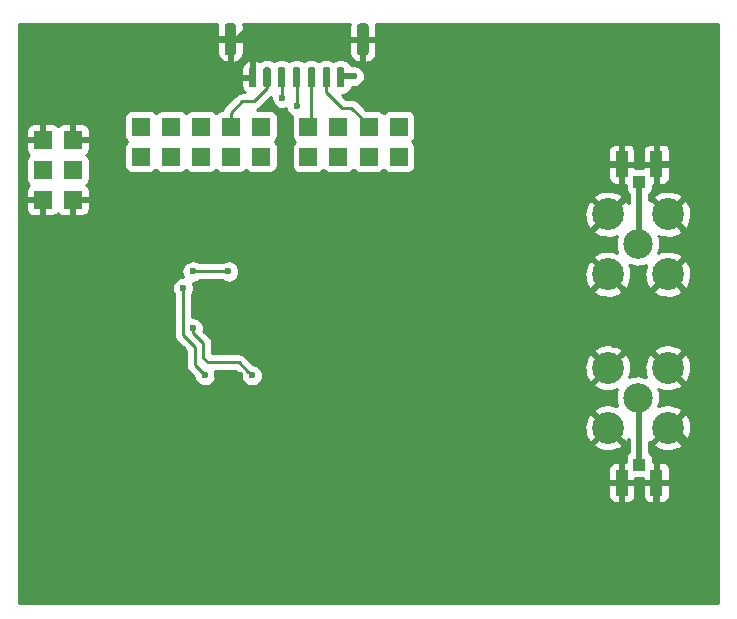
<source format=gbr>
G04 #@! TF.GenerationSoftware,KiCad,Pcbnew,(5.99.0-257-gdf3fabfa2)*
G04 #@! TF.CreationDate,2019-11-06T08:10:32+01:00*
G04 #@! TF.ProjectId,ISM02A,49534d30-3241-42e6-9b69-6361645f7063,REV*
G04 #@! TF.SameCoordinates,Original*
G04 #@! TF.FileFunction,Copper,L1,Top*
G04 #@! TF.FilePolarity,Positive*
%FSLAX46Y46*%
G04 Gerber Fmt 4.6, Leading zero omitted, Abs format (unit mm)*
G04 Created by KiCad (PCBNEW (5.99.0-257-gdf3fabfa2)) date 2019-11-06 08:10:32*
%MOMM*%
%LPD*%
G04 APERTURE LIST*
%ADD10R,1.524000X1.524000*%
%ADD11C,2.700000*%
%ADD12C,2.500000*%
%ADD13R,1.050000X2.200000*%
%ADD14R,1.000000X1.050000*%
%ADD15C,6.000000*%
%ADD16C,0.500000*%
%ADD17C,0.600000*%
%ADD18C,0.500000*%
%ADD19C,0.250000*%
%ADD20C,0.254000*%
G04 APERTURE END LIST*
D10*
X137530000Y-89460000D03*
X140070000Y-89460000D03*
X137530000Y-92000000D03*
X140070000Y-92000000D03*
X137530000Y-94540000D03*
X140070000Y-94540000D03*
G04 #@! TA.AperFunction,SMDPad,CuDef*
G36*
X162961403Y-83307418D02*
G01*
X163010066Y-83339934D01*
X163042582Y-83388597D01*
X163054000Y-83446000D01*
X163054000Y-84846000D01*
X163042582Y-84903403D01*
X163010066Y-84952066D01*
X162961403Y-84984582D01*
X162904000Y-84996000D01*
X162604000Y-84996000D01*
X162546597Y-84984582D01*
X162497934Y-84952066D01*
X162465418Y-84903403D01*
X162454000Y-84846000D01*
X162454000Y-83446000D01*
X162465418Y-83388597D01*
X162497934Y-83339934D01*
X162546597Y-83307418D01*
X162604000Y-83296000D01*
X162904000Y-83296000D01*
X162961403Y-83307418D01*
G37*
G04 #@! TD.AperFunction*
G04 #@! TA.AperFunction,SMDPad,CuDef*
G36*
X161711403Y-83307418D02*
G01*
X161760066Y-83339934D01*
X161792582Y-83388597D01*
X161804000Y-83446000D01*
X161804000Y-84846000D01*
X161792582Y-84903403D01*
X161760066Y-84952066D01*
X161711403Y-84984582D01*
X161654000Y-84996000D01*
X161354000Y-84996000D01*
X161296597Y-84984582D01*
X161247934Y-84952066D01*
X161215418Y-84903403D01*
X161204000Y-84846000D01*
X161204000Y-83446000D01*
X161215418Y-83388597D01*
X161247934Y-83339934D01*
X161296597Y-83307418D01*
X161354000Y-83296000D01*
X161654000Y-83296000D01*
X161711403Y-83307418D01*
G37*
G04 #@! TD.AperFunction*
G04 #@! TA.AperFunction,SMDPad,CuDef*
G36*
X160461403Y-83307418D02*
G01*
X160510066Y-83339934D01*
X160542582Y-83388597D01*
X160554000Y-83446000D01*
X160554000Y-84846000D01*
X160542582Y-84903403D01*
X160510066Y-84952066D01*
X160461403Y-84984582D01*
X160404000Y-84996000D01*
X160104000Y-84996000D01*
X160046597Y-84984582D01*
X159997934Y-84952066D01*
X159965418Y-84903403D01*
X159954000Y-84846000D01*
X159954000Y-83446000D01*
X159965418Y-83388597D01*
X159997934Y-83339934D01*
X160046597Y-83307418D01*
X160104000Y-83296000D01*
X160404000Y-83296000D01*
X160461403Y-83307418D01*
G37*
G04 #@! TD.AperFunction*
G04 #@! TA.AperFunction,SMDPad,CuDef*
G36*
X159211403Y-83307418D02*
G01*
X159260066Y-83339934D01*
X159292582Y-83388597D01*
X159304000Y-83446000D01*
X159304000Y-84846000D01*
X159292582Y-84903403D01*
X159260066Y-84952066D01*
X159211403Y-84984582D01*
X159154000Y-84996000D01*
X158854000Y-84996000D01*
X158796597Y-84984582D01*
X158747934Y-84952066D01*
X158715418Y-84903403D01*
X158704000Y-84846000D01*
X158704000Y-83446000D01*
X158715418Y-83388597D01*
X158747934Y-83339934D01*
X158796597Y-83307418D01*
X158854000Y-83296000D01*
X159154000Y-83296000D01*
X159211403Y-83307418D01*
G37*
G04 #@! TD.AperFunction*
G04 #@! TA.AperFunction,SMDPad,CuDef*
G36*
X157961403Y-83307418D02*
G01*
X158010066Y-83339934D01*
X158042582Y-83388597D01*
X158054000Y-83446000D01*
X158054000Y-84846000D01*
X158042582Y-84903403D01*
X158010066Y-84952066D01*
X157961403Y-84984582D01*
X157904000Y-84996000D01*
X157604000Y-84996000D01*
X157546597Y-84984582D01*
X157497934Y-84952066D01*
X157465418Y-84903403D01*
X157454000Y-84846000D01*
X157454000Y-83446000D01*
X157465418Y-83388597D01*
X157497934Y-83339934D01*
X157546597Y-83307418D01*
X157604000Y-83296000D01*
X157904000Y-83296000D01*
X157961403Y-83307418D01*
G37*
G04 #@! TD.AperFunction*
G04 #@! TA.AperFunction,SMDPad,CuDef*
G36*
X156711403Y-83307418D02*
G01*
X156760066Y-83339934D01*
X156792582Y-83388597D01*
X156804000Y-83446000D01*
X156804000Y-84846000D01*
X156792582Y-84903403D01*
X156760066Y-84952066D01*
X156711403Y-84984582D01*
X156654000Y-84996000D01*
X156354000Y-84996000D01*
X156296597Y-84984582D01*
X156247934Y-84952066D01*
X156215418Y-84903403D01*
X156204000Y-84846000D01*
X156204000Y-83446000D01*
X156215418Y-83388597D01*
X156247934Y-83339934D01*
X156296597Y-83307418D01*
X156354000Y-83296000D01*
X156654000Y-83296000D01*
X156711403Y-83307418D01*
G37*
G04 #@! TD.AperFunction*
G04 #@! TA.AperFunction,SMDPad,CuDef*
G36*
X155461403Y-83307418D02*
G01*
X155510066Y-83339934D01*
X155542582Y-83388597D01*
X155554000Y-83446000D01*
X155554000Y-84846000D01*
X155542582Y-84903403D01*
X155510066Y-84952066D01*
X155461403Y-84984582D01*
X155404000Y-84996000D01*
X155104000Y-84996000D01*
X155046597Y-84984582D01*
X154997934Y-84952066D01*
X154965418Y-84903403D01*
X154954000Y-84846000D01*
X154954000Y-83446000D01*
X154965418Y-83388597D01*
X154997934Y-83339934D01*
X155046597Y-83307418D01*
X155104000Y-83296000D01*
X155404000Y-83296000D01*
X155461403Y-83307418D01*
G37*
G04 #@! TD.AperFunction*
G04 #@! TA.AperFunction,SMDPad,CuDef*
G36*
X164949671Y-79615030D02*
G01*
X165030777Y-79669223D01*
X165084970Y-79750329D01*
X165104000Y-79846000D01*
X165104000Y-82046000D01*
X165084970Y-82141671D01*
X165030777Y-82222777D01*
X164949671Y-82276970D01*
X164854000Y-82296000D01*
X164354000Y-82296000D01*
X164258329Y-82276970D01*
X164177223Y-82222777D01*
X164123030Y-82141671D01*
X164104000Y-82046000D01*
X164104000Y-79846000D01*
X164123030Y-79750329D01*
X164177223Y-79669223D01*
X164258329Y-79615030D01*
X164354000Y-79596000D01*
X164854000Y-79596000D01*
X164949671Y-79615030D01*
G37*
G04 #@! TD.AperFunction*
G04 #@! TA.AperFunction,SMDPad,CuDef*
G36*
X153749671Y-79615030D02*
G01*
X153830777Y-79669223D01*
X153884970Y-79750329D01*
X153904000Y-79846000D01*
X153904000Y-82046000D01*
X153884970Y-82141671D01*
X153830777Y-82222777D01*
X153749671Y-82276970D01*
X153654000Y-82296000D01*
X153154000Y-82296000D01*
X153058329Y-82276970D01*
X152977223Y-82222777D01*
X152923030Y-82141671D01*
X152904000Y-82046000D01*
X152904000Y-79846000D01*
X152923030Y-79750329D01*
X152977223Y-79669223D01*
X153058329Y-79615030D01*
X153154000Y-79596000D01*
X153654000Y-79596000D01*
X153749671Y-79615030D01*
G37*
G04 #@! TD.AperFunction*
X156000000Y-88330000D03*
X156000000Y-90870000D03*
X165100000Y-90870000D03*
X165100000Y-88330000D03*
X160000000Y-90870000D03*
X160000000Y-88330000D03*
X162550000Y-88330000D03*
X162550000Y-90870000D03*
X167650000Y-90870000D03*
X167650000Y-88330000D03*
X150900000Y-88330000D03*
X150900000Y-90870000D03*
X148350000Y-90870000D03*
X148350000Y-88330000D03*
X145800000Y-90870000D03*
X145800000Y-88330000D03*
X153450000Y-88330000D03*
X153450000Y-90870000D03*
D11*
X190440000Y-108760000D03*
X185360000Y-108760000D03*
X185360000Y-113840000D03*
X190440000Y-113840000D03*
D12*
X187900000Y-111300000D03*
D13*
X189475000Y-118475000D03*
D14*
X188000000Y-116950000D03*
D13*
X186525000Y-118475000D03*
D12*
X187900000Y-98300000D03*
D11*
X190440000Y-100840000D03*
X185360000Y-100840000D03*
X185360000Y-95760000D03*
X190440000Y-95760000D03*
D13*
X189475000Y-91525000D03*
D14*
X188000000Y-93050000D03*
D13*
X186525000Y-91525000D03*
D15*
X190500000Y-83820000D03*
X139700000Y-83820000D03*
X190500000Y-124460000D03*
X139700000Y-124460000D03*
D16*
X154250000Y-106950000D03*
X154250000Y-105900000D03*
X154250000Y-104850000D03*
X153200000Y-106950000D03*
X153200000Y-105900000D03*
X153200000Y-104850000D03*
X152150000Y-106950000D03*
X152150000Y-105900000D03*
X152150000Y-104850000D03*
G04 #@! TA.AperFunction,Conductor*
G36*
X154345671Y-104619030D02*
G01*
X154426777Y-104673223D01*
X154480970Y-104754329D01*
X154500000Y-104850000D01*
X154500000Y-106950000D01*
X154480970Y-107045671D01*
X154426777Y-107126777D01*
X154345671Y-107180970D01*
X154250000Y-107200000D01*
X152150000Y-107200000D01*
X152054329Y-107180970D01*
X151973223Y-107126777D01*
X151919030Y-107045671D01*
X151900000Y-106950000D01*
X151900000Y-104850000D01*
X151919030Y-104754329D01*
X151973223Y-104673223D01*
X152054329Y-104619030D01*
X152150000Y-104600000D01*
X154250000Y-104600000D01*
X154345671Y-104619030D01*
G37*
G04 #@! TD.AperFunction*
D17*
X153900000Y-114200000D03*
X151700000Y-112900000D03*
X154700000Y-112900000D03*
X148400000Y-102300000D03*
X146800000Y-102300000D03*
X136600000Y-97800000D03*
X138800000Y-97700000D03*
X152250011Y-109399981D03*
X154200000Y-109400000D03*
X149400000Y-107200000D03*
X157500000Y-93900000D03*
X163500000Y-93900000D03*
X160698660Y-106595817D03*
X162400000Y-106600000D03*
X164000000Y-106600000D03*
X165600000Y-106600000D03*
X169000012Y-106600000D03*
X167200046Y-106600000D03*
X170800000Y-106600000D03*
X172600000Y-106600000D03*
X174600000Y-106600000D03*
X174000000Y-102000000D03*
X172000000Y-102000000D03*
X170000000Y-102000000D03*
X168000000Y-102000000D03*
X166000000Y-102000000D03*
X164000000Y-102000000D03*
X162000000Y-102000000D03*
X174000000Y-115000000D03*
X172000000Y-115000000D03*
X170000000Y-115000000D03*
X168000000Y-115000000D03*
X166000000Y-115000000D03*
X164000000Y-115000000D03*
X162000000Y-115000000D03*
X160000000Y-115000000D03*
X158000000Y-115000000D03*
X169000000Y-113000000D03*
X167000000Y-113000000D03*
X165000000Y-113000000D03*
X163000000Y-113000000D03*
X161000000Y-113000000D03*
X162000000Y-111000000D03*
X164000000Y-111000000D03*
X166000000Y-111000000D03*
X168000000Y-111000000D03*
X173000000Y-113000000D03*
X175000000Y-113000000D03*
X171000000Y-108000000D03*
X173000000Y-108000000D03*
X172000000Y-109000000D03*
X174000000Y-109000000D03*
X175000000Y-110000000D03*
X173000000Y-110000000D03*
X171000000Y-110000000D03*
X175000000Y-108000000D03*
X165000000Y-103400000D03*
X166600000Y-103400000D03*
X156500000Y-110000000D03*
X156500000Y-111700000D03*
X175000000Y-100000000D03*
X173000000Y-100000000D03*
X171000000Y-100000000D03*
X169000000Y-100000000D03*
X167000000Y-100000000D03*
X165000000Y-100000000D03*
X175000000Y-97500000D03*
X172500000Y-97500000D03*
X170000000Y-97500000D03*
X167500000Y-97500000D03*
X175000000Y-117500000D03*
X172500000Y-117500000D03*
X170000000Y-117500000D03*
X167500000Y-117500000D03*
X165000000Y-117500000D03*
X162500000Y-117500000D03*
X160000000Y-117500000D03*
X157500000Y-117500000D03*
X155000000Y-117500000D03*
X152500000Y-117500000D03*
X150000000Y-117500000D03*
X147500000Y-117500000D03*
X147500000Y-115000000D03*
X147500000Y-112500000D03*
X147500000Y-120000000D03*
X150000000Y-120000000D03*
X152500000Y-120000000D03*
X155000000Y-120000000D03*
X157500000Y-120000000D03*
X160000000Y-120000000D03*
X162500000Y-120000000D03*
X165000000Y-120000000D03*
X167500000Y-120000000D03*
X170000000Y-120000000D03*
X172500000Y-120000000D03*
X175000000Y-120000000D03*
X175000000Y-122500000D03*
X172500000Y-122500000D03*
X170000000Y-122500000D03*
X167500000Y-122500000D03*
X165000000Y-122500000D03*
X162500000Y-122500000D03*
X160000000Y-122500000D03*
X157500000Y-122500000D03*
X155000000Y-122500000D03*
X152500000Y-122500000D03*
X150000000Y-122500000D03*
X147500000Y-122500000D03*
X147500000Y-125000000D03*
X150000000Y-125000000D03*
X152500000Y-125000000D03*
X155000000Y-125000000D03*
X157500000Y-125000000D03*
X160000000Y-125000000D03*
X162500000Y-125000000D03*
X165000000Y-125000000D03*
X167500000Y-125000000D03*
X170000000Y-125000000D03*
X172500000Y-125000000D03*
X175000000Y-125000000D03*
X147500000Y-100000000D03*
X157500000Y-97500000D03*
X162500000Y-97500000D03*
X152600000Y-114200000D03*
X153200000Y-113500000D03*
X178000000Y-104000000D03*
X180000000Y-104000000D03*
X182000000Y-104000000D03*
X184000000Y-104000000D03*
X186000000Y-104000000D03*
X187000000Y-103000000D03*
X178000000Y-106800000D03*
X180000000Y-106800000D03*
X182000000Y-106800000D03*
X184000000Y-106800000D03*
X183000000Y-108000000D03*
X181000000Y-108000000D03*
X180000000Y-109000000D03*
X178000000Y-109000000D03*
X182000000Y-109000000D03*
X179000000Y-110000000D03*
X181000000Y-110000000D03*
X183000000Y-110000000D03*
X178000000Y-115000000D03*
X180000000Y-115000000D03*
X182000000Y-115000000D03*
X184000000Y-116000000D03*
X180000000Y-113000000D03*
X181000000Y-113000000D03*
X181000000Y-114000000D03*
X179000000Y-117000000D03*
X181000000Y-117000000D03*
X183000000Y-117000000D03*
X185000000Y-120000000D03*
X187000000Y-121000000D03*
X191000000Y-120000000D03*
X190999990Y-117000000D03*
X185000000Y-117000000D03*
X189000000Y-121000000D03*
X185000000Y-118400000D03*
X191000000Y-118400000D03*
X185000000Y-93000000D03*
X185000000Y-90000000D03*
X191000000Y-90000000D03*
X191000000Y-93000000D03*
X185000000Y-91600000D03*
X191000000Y-91600000D03*
X187000000Y-89000000D03*
X189000000Y-89000000D03*
X193000000Y-116000000D03*
X193000000Y-114000000D03*
X193000000Y-112000000D03*
X193000000Y-110000000D03*
X193000000Y-108000000D03*
X193000000Y-106000000D03*
X193000000Y-104000000D03*
X193000000Y-102000000D03*
X193000000Y-100000000D03*
X193000000Y-98000000D03*
X193000000Y-96000000D03*
X193000000Y-94000000D03*
X193000000Y-92000000D03*
X193000000Y-90000000D03*
X193000000Y-88000000D03*
X193000000Y-118000000D03*
X193000000Y-120000000D03*
X183000000Y-102000000D03*
X183000000Y-100000000D03*
X183000000Y-98000000D03*
X183000000Y-96000000D03*
X183000000Y-94000000D03*
X183000000Y-92000000D03*
X183000000Y-90000000D03*
X183000000Y-88000000D03*
X183000000Y-86000000D03*
X183000000Y-84000000D03*
X183000000Y-82000000D03*
X183000000Y-80000000D03*
X185000000Y-80000000D03*
X187000000Y-80000000D03*
X185000000Y-81000000D03*
X185000000Y-83000000D03*
X185000000Y-85000000D03*
X185000000Y-87000000D03*
X183000000Y-128000000D03*
X183000000Y-126000000D03*
X183000000Y-124000000D03*
X183000000Y-122000000D03*
X183000000Y-120000000D03*
X185000000Y-127000000D03*
X185000000Y-125000000D03*
X185000000Y-123000000D03*
X181000000Y-119000000D03*
X181000000Y-121000000D03*
X181000000Y-123000000D03*
X181000000Y-125000000D03*
X181000000Y-127000000D03*
X179000000Y-128000000D03*
X179000000Y-126000000D03*
X179000000Y-124000000D03*
X179000000Y-122000000D03*
X179000000Y-120000000D03*
X178000000Y-118000000D03*
X145000000Y-82500000D03*
X147500000Y-82500000D03*
X150000000Y-82500000D03*
X155000000Y-80000000D03*
X157500000Y-80000000D03*
X160000000Y-80000000D03*
X162500000Y-80000000D03*
X170000000Y-92500000D03*
X172500000Y-92500000D03*
X175000000Y-92500000D03*
X177500000Y-92500000D03*
X149200000Y-113200000D03*
X157200000Y-113200000D03*
X151200000Y-116200000D03*
X170400000Y-103200000D03*
X174600000Y-104000000D03*
X140000000Y-105000000D03*
X142500000Y-102500000D03*
X142500000Y-112500000D03*
X140000000Y-112500000D03*
X137500000Y-112500000D03*
X137500000Y-115000000D03*
X140000000Y-115000000D03*
X142500000Y-115000000D03*
X142500000Y-117500000D03*
X140000000Y-117500000D03*
X137500000Y-117500000D03*
X137500000Y-120000000D03*
X142500000Y-120000000D03*
X151400000Y-97600000D03*
X146400000Y-97600000D03*
X158600000Y-99200000D03*
X161800000Y-99000000D03*
X159200000Y-106600000D03*
X157800000Y-106600000D03*
X142400000Y-110200000D03*
X155000000Y-82200000D03*
X157400000Y-82200000D03*
X162400000Y-82200000D03*
X159999996Y-82200000D03*
X151000000Y-80000000D03*
X149000000Y-80000000D03*
X147000000Y-80000000D03*
X145000000Y-80000000D03*
X180000000Y-100000000D03*
X180000000Y-97500000D03*
X180000000Y-95000000D03*
X180000000Y-92500000D03*
X180000000Y-90000000D03*
X177500000Y-90000000D03*
X175000000Y-90000000D03*
X172500000Y-90000000D03*
X170000000Y-90000000D03*
X170000000Y-87500000D03*
X172500000Y-87500000D03*
X175000000Y-87500000D03*
X177500000Y-87500000D03*
X180000000Y-87500000D03*
X180000000Y-85000000D03*
X177500000Y-85000000D03*
X175000000Y-85000000D03*
X172500000Y-85000000D03*
X170000000Y-85000000D03*
X167500000Y-85000000D03*
X167500000Y-82500000D03*
X170000000Y-82500000D03*
X172500000Y-82500000D03*
X175000000Y-82500000D03*
X177500000Y-82500000D03*
X180000000Y-82500000D03*
X180000000Y-80000000D03*
X177500000Y-80000000D03*
X175000000Y-80000000D03*
X172500000Y-80000000D03*
X170000000Y-80000000D03*
X167500000Y-80000000D03*
X140000000Y-102500000D03*
X140000000Y-110000000D03*
X140000000Y-107500034D03*
X142500000Y-105000000D03*
X186000000Y-106800000D03*
X188800000Y-105000000D03*
X189200000Y-103400000D03*
X187800000Y-106200000D03*
X191000000Y-104000000D03*
X191000000Y-106000000D03*
X163830000Y-84074000D03*
X150200000Y-105400000D03*
X153200000Y-100600000D03*
X150199974Y-100599982D03*
X155200000Y-109400000D03*
X159000000Y-86600000D03*
X157800000Y-85900000D03*
X151243519Y-109400000D03*
X149400000Y-102000046D03*
D18*
X162400000Y-106600000D02*
X164000000Y-106600000D01*
X165600000Y-106600000D02*
X167200046Y-106600000D01*
X169000012Y-106600000D02*
X170200000Y-106600000D01*
X170200000Y-106600000D02*
X170800000Y-106600000D01*
X172600000Y-106600000D02*
X174600000Y-106600000D01*
X174000000Y-102000000D02*
X172000000Y-102000000D01*
X170000000Y-102000000D02*
X168000000Y-102000000D01*
X166000000Y-102000000D02*
X164000000Y-102000000D01*
X174000000Y-115000000D02*
X172000000Y-115000000D01*
X170000000Y-115000000D02*
X168000000Y-115000000D01*
X166000000Y-115000000D02*
X164000000Y-115000000D01*
X162000000Y-115000000D02*
X160000000Y-115000000D01*
X170000000Y-115000000D02*
X170000000Y-114000000D01*
X170000000Y-114000000D02*
X169000000Y-113000000D01*
X167000000Y-113000000D02*
X165000000Y-113000000D01*
X163000000Y-113000000D02*
X161000000Y-113000000D01*
X162000000Y-111000000D02*
X164000000Y-111000000D01*
X166000000Y-111000000D02*
X168000000Y-111000000D01*
X173000000Y-113000000D02*
X175000000Y-113000000D01*
X171000000Y-108000000D02*
X173000000Y-108000000D01*
X172000000Y-109000000D02*
X174000000Y-109000000D01*
X175000000Y-110000000D02*
X173000000Y-110000000D01*
X165000000Y-103400000D02*
X166600000Y-103400000D01*
X175000000Y-100000000D02*
X173000000Y-100000000D01*
X171000000Y-100000000D02*
X169000000Y-100000000D01*
X167000000Y-100000000D02*
X165000000Y-100000000D01*
X175000000Y-97500000D02*
X172500000Y-97500000D01*
X170000000Y-97500000D02*
X167500000Y-97500000D01*
X175000000Y-117500000D02*
X172500000Y-117500000D01*
X170000000Y-117500000D02*
X167500000Y-117500000D01*
X165000000Y-117500000D02*
X162500000Y-117500000D01*
X160000000Y-117500000D02*
X157500000Y-117500000D01*
X155000000Y-117500000D02*
X152500000Y-117500000D01*
X150000000Y-117500000D02*
X147500000Y-117500000D01*
X147500000Y-115000000D02*
X147500000Y-112500000D01*
X147500000Y-120000000D02*
X150000000Y-120000000D01*
X152500000Y-120000000D02*
X155000000Y-120000000D01*
X157500000Y-120000000D02*
X160000000Y-120000000D01*
X162500000Y-120000000D02*
X165000000Y-120000000D01*
X167500000Y-120000000D02*
X170000000Y-120000000D01*
X172500000Y-120000000D02*
X175000000Y-120000000D01*
X175000000Y-122500000D02*
X172500000Y-122500000D01*
X170000000Y-122500000D02*
X167500000Y-122500000D01*
X165000000Y-122500000D02*
X162500000Y-122500000D01*
X160000000Y-122500000D02*
X157500000Y-122500000D01*
X155000000Y-122500000D02*
X152500000Y-122500000D01*
X150000000Y-122500000D02*
X147500000Y-122500000D01*
X147500000Y-125000000D02*
X150000000Y-125000000D01*
X152500000Y-125000000D02*
X155000000Y-125000000D01*
X157500000Y-125000000D02*
X160000000Y-125000000D01*
X162500000Y-125000000D02*
X165000000Y-125000000D01*
X167500000Y-125000000D02*
X170000000Y-125000000D01*
X172500000Y-125000000D02*
X175000000Y-125000000D01*
X152600000Y-114200000D02*
X152600000Y-114100000D01*
X152600000Y-114100000D02*
X153200000Y-113500000D01*
X178000000Y-104000000D02*
X180000000Y-104000000D01*
X182000000Y-104000000D02*
X184000000Y-104000000D01*
X186000000Y-104000000D02*
X187000000Y-103000000D01*
X178000000Y-106800000D02*
X180000000Y-106800000D01*
X182000000Y-106800000D02*
X184000000Y-106800000D01*
X183000000Y-108000000D02*
X181000000Y-108000000D01*
X180000000Y-109000000D02*
X178000000Y-109000000D01*
X178000000Y-109000000D02*
X179000000Y-110000000D01*
X181000000Y-110000000D02*
X183000000Y-110000000D01*
X178000000Y-115000000D02*
X180000000Y-115000000D01*
X182000000Y-115000000D02*
X183000000Y-115000000D01*
X183000000Y-115000000D02*
X184000000Y-116000000D01*
X180000000Y-113000000D02*
X181000000Y-113000000D01*
X178000000Y-115000000D02*
X178000000Y-116000000D01*
X178000000Y-116000000D02*
X179000000Y-117000000D01*
X181000000Y-117000000D02*
X183000000Y-117000000D01*
X189475000Y-118475000D02*
X189475000Y-120525000D01*
X189475000Y-120525000D02*
X189000000Y-121000000D01*
X185075000Y-118475000D02*
X185000000Y-118400000D01*
X186525000Y-118475000D02*
X185075000Y-118475000D01*
X185000000Y-120000000D02*
X185000000Y-118400000D01*
X185000000Y-118400000D02*
X185000000Y-117000000D01*
X190925000Y-118475000D02*
X191000000Y-118400000D01*
X189475000Y-118475000D02*
X190925000Y-118475000D01*
X186525000Y-91525000D02*
X186475000Y-91525000D01*
X185075000Y-91525000D02*
X185000000Y-91600000D01*
X186525000Y-91525000D02*
X185075000Y-91525000D01*
X190925000Y-91525000D02*
X191000000Y-91600000D01*
X189475000Y-91525000D02*
X190925000Y-91525000D01*
X190000000Y-89000000D02*
X191000000Y-90000000D01*
X189000000Y-89000000D02*
X190000000Y-89000000D01*
X186000000Y-89000000D02*
X187000000Y-89000000D01*
X185000000Y-90000000D02*
X186000000Y-89000000D01*
X190440000Y-113840000D02*
X190840000Y-113840000D01*
X190840000Y-113840000D02*
X193000000Y-116000000D01*
X193000000Y-114000000D02*
X193000000Y-112000000D01*
X193000000Y-110000000D02*
X193000000Y-108000000D01*
X193000000Y-106000000D02*
X193000000Y-104000000D01*
X193000000Y-102000000D02*
X193000000Y-100000000D01*
X193000000Y-98000000D02*
X193000000Y-96000000D01*
X193000000Y-94000000D02*
X193000000Y-92000000D01*
X193000000Y-90000000D02*
X193000000Y-88000000D01*
X193000000Y-118000000D02*
X193000000Y-120000000D01*
X183000000Y-102000000D02*
X183000000Y-100000000D01*
X183000000Y-98000000D02*
X183000000Y-96000000D01*
X183000000Y-94000000D02*
X183000000Y-92000000D01*
X183000000Y-90000000D02*
X183000000Y-88000000D01*
X183000000Y-86000000D02*
X183000000Y-84000000D01*
X183000000Y-82000000D02*
X183000000Y-80000000D01*
X185000000Y-80000000D02*
X187000000Y-80000000D01*
X185000000Y-81000000D02*
X185000000Y-83000000D01*
X185000000Y-85000000D02*
X185000000Y-87000000D01*
X183000000Y-126000000D02*
X183000000Y-124000000D01*
X183000000Y-122000000D02*
X183000000Y-120000000D01*
X185000000Y-127000000D02*
X185000000Y-125000000D01*
X183000000Y-120000000D02*
X185000000Y-120000000D01*
X183000000Y-120000000D02*
X182000000Y-120000000D01*
X182000000Y-120000000D02*
X181000000Y-119000000D01*
X181000000Y-121000000D02*
X181000000Y-123000000D01*
X181000000Y-125000000D02*
X181000000Y-127000000D01*
X179000000Y-128000000D02*
X179000000Y-126000000D01*
X179000000Y-124000000D02*
X179000000Y-122000000D01*
X179000000Y-120000000D02*
X179000000Y-119000000D01*
X179000000Y-119000000D02*
X178000000Y-118000000D01*
X143320001Y-80820001D02*
X145000000Y-82500000D01*
X139700000Y-83820000D02*
X142699999Y-80820001D01*
X142699999Y-80820001D02*
X143320001Y-80820001D01*
X147500000Y-82500000D02*
X150000000Y-82500000D01*
X153404000Y-80946000D02*
X154054000Y-80946000D01*
X154054000Y-80946000D02*
X155000000Y-80000000D01*
X157500000Y-80000000D02*
X160000000Y-80000000D01*
X170000000Y-92500000D02*
X172500000Y-92500000D01*
X175000000Y-92500000D02*
X177500000Y-92500000D01*
X142500000Y-112500000D02*
X140000000Y-112500000D01*
X137500000Y-112500000D02*
X137500000Y-115000000D01*
X140000000Y-115000000D02*
X142500000Y-115000000D01*
X142500000Y-117500000D02*
X140000000Y-117500000D01*
X137500000Y-117500000D02*
X137500000Y-120000000D01*
X157500000Y-97500000D02*
X157500000Y-98100000D01*
X157500000Y-98100000D02*
X158600000Y-99200000D01*
X160698660Y-106595817D02*
X159204183Y-106595817D01*
X159204183Y-106595817D02*
X159200000Y-106600000D01*
X142500000Y-112500000D02*
X142500000Y-110300000D01*
X142500000Y-110300000D02*
X142400000Y-110200000D01*
X155000000Y-82200000D02*
X157400000Y-82200000D01*
X162400000Y-82200000D02*
X159999996Y-82200000D01*
X153404000Y-80946000D02*
X151946000Y-80946000D01*
X151946000Y-80946000D02*
X151000000Y-80000000D01*
X149000000Y-80000000D02*
X147000000Y-80000000D01*
X180000000Y-100000000D02*
X180000000Y-97500000D01*
X180000000Y-95000000D02*
X180000000Y-92500000D01*
X180000000Y-90000000D02*
X177500000Y-90000000D01*
X175000000Y-90000000D02*
X172500000Y-90000000D01*
X170000000Y-90000000D02*
X170000000Y-87500000D01*
X172500000Y-87500000D02*
X175000000Y-87500000D01*
X177500000Y-87500000D02*
X180000000Y-87500000D01*
X180000000Y-85000000D02*
X177500000Y-85000000D01*
X175000000Y-85000000D02*
X172500000Y-85000000D01*
X170000000Y-85000000D02*
X167500000Y-85000000D01*
X167500000Y-82500000D02*
X170000000Y-82500000D01*
X172500000Y-82500000D02*
X175000000Y-82500000D01*
X177500000Y-82500000D02*
X180000000Y-82500000D01*
X180000000Y-80000000D02*
X177500000Y-80000000D01*
X175000000Y-80000000D02*
X172500000Y-80000000D01*
X170000000Y-80000000D02*
X167500000Y-80000000D01*
X140000000Y-105000000D02*
X140000000Y-107500034D01*
X186000000Y-106800000D02*
X187200000Y-106800000D01*
X187200000Y-106800000D02*
X187800000Y-106200000D01*
X188800000Y-103800000D02*
X189200000Y-103400000D01*
X188800000Y-105000000D02*
X188800000Y-103800000D01*
X189200000Y-103400000D02*
X190400000Y-103400000D01*
X190400000Y-103400000D02*
X191000000Y-104000000D01*
X162826000Y-84074000D02*
X162754000Y-84146000D01*
X163830000Y-84074000D02*
X162826000Y-84074000D01*
D19*
X153200000Y-100600000D02*
X150199992Y-100600000D01*
X150199992Y-100600000D02*
X150199974Y-100599982D01*
X154900001Y-109100001D02*
X155200000Y-109400000D01*
X150200000Y-105800000D02*
X151100000Y-106700000D01*
X150200000Y-105400000D02*
X150200000Y-105800000D01*
X151100000Y-107900000D02*
X151500000Y-108300000D01*
X151500000Y-108300000D02*
X154100000Y-108300000D01*
X151100000Y-106700000D02*
X151100000Y-107900000D01*
X154100000Y-108300000D02*
X154900001Y-109100001D01*
D18*
X188000000Y-111400000D02*
X187900000Y-111300000D01*
X188000000Y-116950000D02*
X188000000Y-111400000D01*
X188000000Y-98200000D02*
X187900000Y-98300000D01*
X188000000Y-93050000D02*
X188000000Y-98200000D01*
D19*
X161504000Y-84146000D02*
X161544000Y-84186000D01*
X165100000Y-88200000D02*
X165100000Y-88330000D01*
X163646000Y-86746000D02*
X165100000Y-88200000D01*
X162846000Y-86746000D02*
X163646000Y-86746000D01*
X161504000Y-84146000D02*
X161504000Y-85404000D01*
X161504000Y-85404000D02*
X162846000Y-86746000D01*
X160154000Y-88176000D02*
X160000000Y-88330000D01*
X160254000Y-88076000D02*
X160000000Y-88330000D01*
X160254000Y-84146000D02*
X160254000Y-88076000D01*
X159004000Y-84146000D02*
X159004000Y-86596000D01*
X159004000Y-86596000D02*
X159000000Y-86600000D01*
X157754000Y-84146000D02*
X157754000Y-85854000D01*
X157754000Y-85854000D02*
X157800000Y-85900000D01*
X149400000Y-102424310D02*
X149400000Y-102000046D01*
X149400000Y-106000000D02*
X149400000Y-102424310D01*
X150400000Y-107000000D02*
X149400000Y-106000000D01*
X151243519Y-109400000D02*
X150400000Y-108556481D01*
X150400000Y-108556481D02*
X150400000Y-107000000D01*
X156504000Y-84146000D02*
X156464000Y-84186000D01*
X156504000Y-85096000D02*
X156504000Y-84146000D01*
X155400000Y-86200000D02*
X156504000Y-85096000D01*
X154400000Y-86200000D02*
X155400000Y-86200000D01*
X153450000Y-88330000D02*
X153450000Y-87150000D01*
X153450000Y-87150000D02*
X154400000Y-86200000D01*
G36*
X152264776Y-79839559D02*
G01*
X152264776Y-80818000D01*
X154543224Y-80818000D01*
X154543224Y-79835025D01*
X154498189Y-79628000D01*
X163495194Y-79628000D01*
X163464776Y-79839559D01*
X163464776Y-80818000D01*
X165743224Y-80818000D01*
X165743224Y-79835025D01*
X165698189Y-79628000D01*
X194692000Y-79628000D01*
X194692001Y-128652000D01*
X135508000Y-128652000D01*
X135508000Y-118603000D01*
X185358163Y-118603000D01*
X185358163Y-119591588D01*
X185438795Y-119892512D01*
X185586185Y-120068165D01*
X185779814Y-120179956D01*
X185988976Y-120216837D01*
X186397000Y-120216837D01*
X186397000Y-118603000D01*
X186653000Y-118603000D01*
X186653000Y-120216837D01*
X187066588Y-120216837D01*
X187367512Y-120136205D01*
X187543165Y-119988815D01*
X187654956Y-119795186D01*
X187691837Y-119586024D01*
X187691837Y-118603000D01*
X188308163Y-118603000D01*
X188308163Y-119591588D01*
X188388795Y-119892512D01*
X188536185Y-120068165D01*
X188729814Y-120179956D01*
X188938976Y-120216837D01*
X189347000Y-120216837D01*
X189347000Y-118603000D01*
X189603000Y-118603000D01*
X189603000Y-120216837D01*
X190016588Y-120216837D01*
X190317512Y-120136205D01*
X190493165Y-119988815D01*
X190604956Y-119795186D01*
X190641837Y-119586024D01*
X190641837Y-118603000D01*
X189603000Y-118603000D01*
X189347000Y-118603000D01*
X188308163Y-118603000D01*
X187691837Y-118603000D01*
X186653000Y-118603000D01*
X186397000Y-118603000D01*
X185358163Y-118603000D01*
X135508000Y-118603000D01*
X135508000Y-117363976D01*
X185358163Y-117363976D01*
X185358163Y-118347000D01*
X186397000Y-118347000D01*
X186397000Y-116733163D01*
X185983412Y-116733163D01*
X185682489Y-116813795D01*
X185506835Y-116961185D01*
X185395044Y-117154814D01*
X185358163Y-117363976D01*
X135508000Y-117363976D01*
X135508000Y-115333418D01*
X184047601Y-115333418D01*
X184262032Y-115498849D01*
X184512997Y-115639973D01*
X184781706Y-115743389D01*
X185062529Y-115806933D01*
X185349584Y-115829272D01*
X185636857Y-115809941D01*
X185918330Y-115749341D01*
X186188107Y-115648744D01*
X186440537Y-115510256D01*
X186673425Y-115334444D01*
X185360000Y-114021019D01*
X184047601Y-115333418D01*
X135508000Y-115333418D01*
X135508000Y-113784456D01*
X183371475Y-113784456D01*
X183384286Y-114072093D01*
X183438483Y-114354869D01*
X183532935Y-114626859D01*
X183665659Y-114882365D01*
X183862787Y-115156194D01*
X185178981Y-113840000D01*
X183868267Y-112529286D01*
X183726487Y-112704679D01*
X183579707Y-112952379D01*
X183470221Y-113218672D01*
X183400322Y-113497981D01*
X183371475Y-113784456D01*
X135508000Y-113784456D01*
X135508000Y-112339264D01*
X184040283Y-112339264D01*
X186855842Y-115154823D01*
X187043333Y-114900051D01*
X187116000Y-114763670D01*
X187116000Y-115919586D01*
X187006835Y-116011185D01*
X186895044Y-116204814D01*
X186858163Y-116413976D01*
X186858163Y-116733163D01*
X186653000Y-116733163D01*
X186653000Y-118347000D01*
X187691837Y-118347000D01*
X187691837Y-118116837D01*
X188308163Y-118116837D01*
X188308163Y-118347000D01*
X189347000Y-118347000D01*
X189347000Y-116733163D01*
X189603000Y-116733163D01*
X189603000Y-118347000D01*
X190641837Y-118347000D01*
X190641837Y-117358412D01*
X190561205Y-117057489D01*
X190413815Y-116881835D01*
X190220186Y-116770044D01*
X190011024Y-116733163D01*
X189603000Y-116733163D01*
X189347000Y-116733163D01*
X189141837Y-116733163D01*
X189141837Y-116408412D01*
X189061205Y-116107489D01*
X188913815Y-115931836D01*
X188884000Y-115914622D01*
X188884000Y-115333418D01*
X189127601Y-115333418D01*
X189342032Y-115498849D01*
X189592997Y-115639973D01*
X189861706Y-115743389D01*
X190142529Y-115806933D01*
X190429584Y-115829272D01*
X190716857Y-115809941D01*
X190998330Y-115749341D01*
X191268107Y-115648744D01*
X191520537Y-115510256D01*
X191753425Y-115334444D01*
X190440000Y-114021019D01*
X189127601Y-115333418D01*
X188884000Y-115333418D01*
X188884000Y-115074533D01*
X188942787Y-115156194D01*
X190258981Y-113840000D01*
X190621019Y-113840000D01*
X191935842Y-115154823D01*
X192123333Y-114900051D01*
X192258726Y-114645948D01*
X192356020Y-114374962D01*
X192413517Y-114091088D01*
X192424455Y-113699467D01*
X192382894Y-113412827D01*
X192300879Y-113136832D01*
X192179881Y-112875568D01*
X191945028Y-112515991D01*
X190621019Y-113840000D01*
X190258981Y-113840000D01*
X191749764Y-112349217D01*
X191612089Y-112232666D01*
X191367783Y-112080303D01*
X191104042Y-111964803D01*
X190826391Y-111888586D01*
X190540644Y-111853248D01*
X190252790Y-111859528D01*
X189968858Y-111907297D01*
X189694795Y-111995553D01*
X189642398Y-112021279D01*
X189717896Y-111814413D01*
X189774295Y-111538434D01*
X189784447Y-111163275D01*
X189743054Y-110884650D01*
X189661418Y-110616792D01*
X189643656Y-110579470D01*
X189861706Y-110663389D01*
X190142529Y-110726933D01*
X190429584Y-110749272D01*
X190716857Y-110729941D01*
X190998330Y-110669341D01*
X191268107Y-110568744D01*
X191520537Y-110430256D01*
X191753425Y-110254444D01*
X190258981Y-108760000D01*
X190621019Y-108760000D01*
X191935842Y-110074823D01*
X192123333Y-109820051D01*
X192258726Y-109565948D01*
X192356020Y-109294962D01*
X192413517Y-109011088D01*
X192424455Y-108619467D01*
X192382894Y-108332827D01*
X192300879Y-108056832D01*
X192179881Y-107795568D01*
X191945028Y-107435991D01*
X190621019Y-108760000D01*
X190258981Y-108760000D01*
X188948267Y-107449286D01*
X188806487Y-107624679D01*
X188659707Y-107872379D01*
X188550221Y-108138672D01*
X188480322Y-108417981D01*
X188451475Y-108704456D01*
X188464286Y-108992093D01*
X188518483Y-109274869D01*
X188612935Y-109546859D01*
X188618951Y-109558440D01*
X188477543Y-109501164D01*
X188205314Y-109435556D01*
X187926378Y-109410908D01*
X187646863Y-109427759D01*
X187372908Y-109485739D01*
X187181959Y-109556943D01*
X187276020Y-109294962D01*
X187333517Y-109011088D01*
X187344455Y-108619467D01*
X187302894Y-108332827D01*
X187220879Y-108056832D01*
X187099881Y-107795568D01*
X186865028Y-107435991D01*
X184047601Y-110253418D01*
X184262032Y-110418849D01*
X184512997Y-110559973D01*
X184781706Y-110663389D01*
X185062529Y-110726933D01*
X185349584Y-110749272D01*
X185636857Y-110729941D01*
X185918330Y-110669341D01*
X186153756Y-110581553D01*
X186069261Y-110833350D01*
X186020395Y-111109077D01*
X186012821Y-111388997D01*
X186046705Y-111666962D01*
X186121302Y-111936866D01*
X186160196Y-112024429D01*
X186024042Y-111964803D01*
X185746391Y-111888586D01*
X185460644Y-111853248D01*
X185172790Y-111859528D01*
X184888858Y-111907297D01*
X184614795Y-111995553D01*
X184356343Y-112122447D01*
X184040283Y-112339264D01*
X135508000Y-112339264D01*
X135508000Y-101990173D01*
X148457279Y-101990173D01*
X148489352Y-102244054D01*
X148588516Y-102479956D01*
X148641001Y-102546176D01*
X148641000Y-106060243D01*
X148641001Y-106060249D01*
X148641001Y-106120213D01*
X148659688Y-106177724D01*
X148669150Y-106237467D01*
X148696609Y-106291357D01*
X148715297Y-106348874D01*
X148750846Y-106397803D01*
X148778302Y-106451689D01*
X148948657Y-106622045D01*
X148948659Y-106622046D01*
X149641001Y-107314389D01*
X149641000Y-108616724D01*
X149641001Y-108616730D01*
X149641001Y-108676694D01*
X149659688Y-108734205D01*
X149669150Y-108793948D01*
X149696609Y-108847838D01*
X149715297Y-108905355D01*
X149750846Y-108954284D01*
X149778302Y-109008170D01*
X149948657Y-109178526D01*
X149948659Y-109178527D01*
X150321120Y-109550989D01*
X150332871Y-109644008D01*
X150432035Y-109879910D01*
X150590985Y-110080456D01*
X150798010Y-110230869D01*
X151037859Y-110320068D01*
X151292860Y-110341480D01*
X151544225Y-110293530D01*
X151773436Y-110179749D01*
X151963605Y-110008520D01*
X152100722Y-109792458D01*
X152174879Y-109546838D01*
X152177750Y-109272699D01*
X152118084Y-109059000D01*
X153785613Y-109059000D01*
X154277601Y-109550989D01*
X154289352Y-109644008D01*
X154388516Y-109879910D01*
X154547466Y-110080456D01*
X154754491Y-110230869D01*
X154994340Y-110320068D01*
X155249341Y-110341480D01*
X155500706Y-110293530D01*
X155729917Y-110179749D01*
X155920086Y-110008520D01*
X156057203Y-109792458D01*
X156131360Y-109546838D01*
X156134231Y-109272699D01*
X156065234Y-109025580D01*
X155932672Y-108806694D01*
X155823800Y-108704456D01*
X183371475Y-108704456D01*
X183384286Y-108992093D01*
X183438483Y-109274869D01*
X183532935Y-109546859D01*
X183665659Y-109802365D01*
X183862787Y-110076194D01*
X185178981Y-108760000D01*
X183868267Y-107449286D01*
X183726487Y-107624679D01*
X183579707Y-107872379D01*
X183470221Y-108138672D01*
X183400322Y-108417981D01*
X183371475Y-108704456D01*
X155823800Y-108704456D01*
X155746130Y-108631520D01*
X155519353Y-108512963D01*
X155350449Y-108477061D01*
X154722046Y-107848659D01*
X154722045Y-107848657D01*
X154551690Y-107678303D01*
X154497801Y-107650844D01*
X154448873Y-107615296D01*
X154391359Y-107596610D01*
X154337468Y-107569150D01*
X154277726Y-107559688D01*
X154220213Y-107541001D01*
X154160250Y-107541001D01*
X154160244Y-107541000D01*
X151859000Y-107541000D01*
X151859000Y-107259264D01*
X184040283Y-107259264D01*
X185360000Y-108578981D01*
X186669764Y-107269217D01*
X186658008Y-107259264D01*
X189120283Y-107259264D01*
X190440000Y-108578981D01*
X191749764Y-107269217D01*
X191612089Y-107152666D01*
X191367783Y-107000303D01*
X191104042Y-106884803D01*
X190826391Y-106808586D01*
X190540644Y-106773248D01*
X190252790Y-106779528D01*
X189968858Y-106827297D01*
X189694795Y-106915553D01*
X189436343Y-107042447D01*
X189120283Y-107259264D01*
X186658008Y-107259264D01*
X186532089Y-107152666D01*
X186287783Y-107000303D01*
X186024042Y-106884803D01*
X185746391Y-106808586D01*
X185460644Y-106773248D01*
X185172790Y-106779528D01*
X184888858Y-106827297D01*
X184614795Y-106915553D01*
X184356343Y-107042447D01*
X184040283Y-107259264D01*
X151859000Y-107259264D01*
X151859000Y-106639756D01*
X151858999Y-106639750D01*
X151858999Y-106579786D01*
X151840312Y-106522275D01*
X151830850Y-106462532D01*
X151803391Y-106408642D01*
X151784703Y-106351125D01*
X151749154Y-106302196D01*
X151721698Y-106248310D01*
X151105588Y-105632200D01*
X151131360Y-105546838D01*
X151134231Y-105272699D01*
X151065234Y-105025580D01*
X150932672Y-104806694D01*
X150746130Y-104631520D01*
X150519353Y-104512963D01*
X150269047Y-104459759D01*
X150159000Y-104466683D01*
X150159000Y-102547247D01*
X150257203Y-102392504D01*
X150275042Y-102333418D01*
X184047601Y-102333418D01*
X184262032Y-102498849D01*
X184512997Y-102639973D01*
X184781706Y-102743389D01*
X185062529Y-102806933D01*
X185349584Y-102829272D01*
X185636857Y-102809941D01*
X185918330Y-102749341D01*
X186188107Y-102648744D01*
X186440537Y-102510256D01*
X186673425Y-102334444D01*
X186672399Y-102333418D01*
X189127601Y-102333418D01*
X189342032Y-102498849D01*
X189592997Y-102639973D01*
X189861706Y-102743389D01*
X190142529Y-102806933D01*
X190429584Y-102829272D01*
X190716857Y-102809941D01*
X190998330Y-102749341D01*
X191268107Y-102648744D01*
X191520537Y-102510256D01*
X191753425Y-102334444D01*
X190440000Y-101021019D01*
X189127601Y-102333418D01*
X186672399Y-102333418D01*
X185360000Y-101021019D01*
X184047601Y-102333418D01*
X150275042Y-102333418D01*
X150331360Y-102146884D01*
X150334231Y-101872745D01*
X150265234Y-101625626D01*
X150212384Y-101538361D01*
X150249315Y-101541462D01*
X150500680Y-101493512D01*
X150729891Y-101379731D01*
X150752915Y-101359000D01*
X152655573Y-101359000D01*
X152754491Y-101430869D01*
X152994340Y-101520068D01*
X153249341Y-101541480D01*
X153500706Y-101493530D01*
X153729917Y-101379749D01*
X153920086Y-101208520D01*
X154057203Y-100992458D01*
X154120002Y-100784456D01*
X183371475Y-100784456D01*
X183384286Y-101072093D01*
X183438483Y-101354869D01*
X183532935Y-101626859D01*
X183665659Y-101882365D01*
X183862787Y-102156194D01*
X185178981Y-100840000D01*
X183868267Y-99529286D01*
X183726487Y-99704679D01*
X183579707Y-99952379D01*
X183470221Y-100218672D01*
X183400322Y-100497981D01*
X183371475Y-100784456D01*
X154120002Y-100784456D01*
X154131360Y-100746838D01*
X154134231Y-100472699D01*
X154065234Y-100225580D01*
X153932672Y-100006694D01*
X153746130Y-99831520D01*
X153519353Y-99712963D01*
X153269047Y-99659759D01*
X153013653Y-99675827D01*
X152771990Y-99759984D01*
X152655423Y-99841000D01*
X150756218Y-99841000D01*
X150746104Y-99831502D01*
X150519327Y-99712945D01*
X150269021Y-99659741D01*
X150013627Y-99675809D01*
X149771964Y-99759966D01*
X149561834Y-99906010D01*
X149398719Y-100103182D01*
X149294635Y-100336957D01*
X149257253Y-100590109D01*
X149289326Y-100843990D01*
X149382339Y-101065260D01*
X149213653Y-101075873D01*
X148971990Y-101160030D01*
X148761860Y-101306074D01*
X148598745Y-101503246D01*
X148494661Y-101737021D01*
X148457279Y-101990173D01*
X135508000Y-101990173D01*
X135508000Y-99339264D01*
X184040283Y-99339264D01*
X186855842Y-102154823D01*
X187043333Y-101900051D01*
X187178726Y-101645948D01*
X187276020Y-101374962D01*
X187333517Y-101091088D01*
X187344455Y-100699467D01*
X187302894Y-100412827D01*
X187220879Y-100136832D01*
X187175871Y-100039648D01*
X187275567Y-100083101D01*
X187545985Y-100155812D01*
X187824179Y-100187755D01*
X188104041Y-100178226D01*
X188379419Y-100127436D01*
X188621974Y-100044154D01*
X188550221Y-100218672D01*
X188480322Y-100497981D01*
X188451475Y-100784456D01*
X188464286Y-101072093D01*
X188518483Y-101354869D01*
X188612935Y-101626859D01*
X188745659Y-101882365D01*
X188942787Y-102156194D01*
X190258981Y-100840000D01*
X190621019Y-100840000D01*
X191935842Y-102154823D01*
X192123333Y-101900051D01*
X192258726Y-101645948D01*
X192356020Y-101374962D01*
X192413517Y-101091088D01*
X192424455Y-100699467D01*
X192382894Y-100412827D01*
X192300879Y-100136832D01*
X192179881Y-99875568D01*
X191945028Y-99515991D01*
X190621019Y-100840000D01*
X190258981Y-100840000D01*
X191749764Y-99349217D01*
X191612089Y-99232666D01*
X191367783Y-99080303D01*
X191104042Y-98964803D01*
X190826391Y-98888586D01*
X190540644Y-98853248D01*
X190252790Y-98859528D01*
X189968858Y-98907297D01*
X189694795Y-98995553D01*
X189642398Y-99021279D01*
X189717896Y-98814413D01*
X189774295Y-98538434D01*
X189784447Y-98163275D01*
X189743054Y-97884650D01*
X189661418Y-97616792D01*
X189643656Y-97579470D01*
X189861706Y-97663389D01*
X190142529Y-97726933D01*
X190429584Y-97749272D01*
X190716857Y-97729941D01*
X190998330Y-97669341D01*
X191268107Y-97568744D01*
X191520537Y-97430256D01*
X191753425Y-97254444D01*
X190258981Y-95760000D01*
X190621019Y-95760000D01*
X191935842Y-97074823D01*
X192123333Y-96820051D01*
X192258726Y-96565948D01*
X192356020Y-96294962D01*
X192413517Y-96011088D01*
X192424455Y-95619467D01*
X192382894Y-95332827D01*
X192300879Y-95056832D01*
X192179881Y-94795568D01*
X191945028Y-94435991D01*
X190621019Y-95760000D01*
X190258981Y-95760000D01*
X188948267Y-94449286D01*
X188884000Y-94528789D01*
X188884000Y-94259264D01*
X189120283Y-94259264D01*
X190440000Y-95578981D01*
X191749764Y-94269217D01*
X191612089Y-94152666D01*
X191367783Y-94000303D01*
X191104042Y-93884803D01*
X190826391Y-93808586D01*
X190540644Y-93773248D01*
X190252790Y-93779528D01*
X189968858Y-93827297D01*
X189694795Y-93915553D01*
X189436343Y-94042447D01*
X189120283Y-94259264D01*
X188884000Y-94259264D01*
X188884000Y-94080415D01*
X188993165Y-93988815D01*
X189104956Y-93795186D01*
X189141837Y-93586024D01*
X189141837Y-93266837D01*
X189347000Y-93266837D01*
X189347000Y-91653000D01*
X189603000Y-91653000D01*
X189603000Y-93266837D01*
X190016588Y-93266837D01*
X190317512Y-93186205D01*
X190493165Y-93038815D01*
X190604956Y-92845186D01*
X190641837Y-92636024D01*
X190641837Y-91653000D01*
X189603000Y-91653000D01*
X189347000Y-91653000D01*
X188308163Y-91653000D01*
X188308163Y-91883163D01*
X187691837Y-91883163D01*
X187691837Y-91653000D01*
X186653000Y-91653000D01*
X186653000Y-93266837D01*
X186858163Y-93266837D01*
X186858163Y-93591588D01*
X186938795Y-93892512D01*
X187086185Y-94068165D01*
X187116000Y-94085378D01*
X187116000Y-94830373D01*
X187099881Y-94795568D01*
X186865028Y-94435991D01*
X184047601Y-97253418D01*
X184262032Y-97418849D01*
X184512997Y-97559973D01*
X184781706Y-97663389D01*
X185062529Y-97726933D01*
X185349584Y-97749272D01*
X185636857Y-97729941D01*
X185918330Y-97669341D01*
X186153756Y-97581553D01*
X186069261Y-97833350D01*
X186020395Y-98109077D01*
X186012821Y-98388997D01*
X186046705Y-98666962D01*
X186121302Y-98936866D01*
X186160196Y-99024429D01*
X186024042Y-98964803D01*
X185746391Y-98888586D01*
X185460644Y-98853248D01*
X185172790Y-98859528D01*
X184888858Y-98907297D01*
X184614795Y-98995553D01*
X184356343Y-99122447D01*
X184040283Y-99339264D01*
X135508000Y-99339264D01*
X135508000Y-94668000D01*
X136126163Y-94668000D01*
X136126163Y-95318588D01*
X136206795Y-95619512D01*
X136354185Y-95795165D01*
X136547814Y-95906956D01*
X136756976Y-95943837D01*
X137402000Y-95943837D01*
X137402000Y-94668000D01*
X136126163Y-94668000D01*
X135508000Y-94668000D01*
X135508000Y-89588000D01*
X136126163Y-89588000D01*
X136126163Y-90238588D01*
X136206795Y-90539512D01*
X136354185Y-90715165D01*
X136384146Y-90732463D01*
X136274835Y-90824185D01*
X136163044Y-91017814D01*
X136126163Y-91226976D01*
X136126163Y-92778588D01*
X136206795Y-93079512D01*
X136354185Y-93255165D01*
X136384146Y-93272463D01*
X136274835Y-93364185D01*
X136163044Y-93557814D01*
X136126163Y-93766976D01*
X136126163Y-94412000D01*
X137658000Y-94412000D01*
X137658000Y-95943837D01*
X138308588Y-95943837D01*
X138609512Y-95863205D01*
X138785165Y-95715815D01*
X138802463Y-95685854D01*
X138894185Y-95795165D01*
X139087814Y-95906956D01*
X139296976Y-95943837D01*
X139942000Y-95943837D01*
X139942000Y-94668000D01*
X140198000Y-94668000D01*
X140198000Y-95943837D01*
X140848588Y-95943837D01*
X141149512Y-95863205D01*
X141325165Y-95715815D01*
X141331723Y-95704456D01*
X183371475Y-95704456D01*
X183384286Y-95992093D01*
X183438483Y-96274869D01*
X183532935Y-96546859D01*
X183665659Y-96802365D01*
X183862787Y-97076194D01*
X185178981Y-95760000D01*
X183868267Y-94449286D01*
X183726487Y-94624679D01*
X183579707Y-94872379D01*
X183470221Y-95138672D01*
X183400322Y-95417981D01*
X183371475Y-95704456D01*
X141331723Y-95704456D01*
X141436956Y-95522186D01*
X141473837Y-95313024D01*
X141473837Y-94668000D01*
X140198000Y-94668000D01*
X139942000Y-94668000D01*
X139942000Y-94412000D01*
X141473837Y-94412000D01*
X141473837Y-94259264D01*
X184040283Y-94259264D01*
X185360000Y-95578981D01*
X186669764Y-94269217D01*
X186532089Y-94152666D01*
X186287783Y-94000303D01*
X186024042Y-93884803D01*
X185746391Y-93808586D01*
X185460644Y-93773248D01*
X185172790Y-93779528D01*
X184888858Y-93827297D01*
X184614795Y-93915553D01*
X184356343Y-94042447D01*
X184040283Y-94259264D01*
X141473837Y-94259264D01*
X141473837Y-93761412D01*
X141393205Y-93460489D01*
X141245815Y-93284835D01*
X141215854Y-93267537D01*
X141325165Y-93175815D01*
X141436956Y-92982186D01*
X141473837Y-92773024D01*
X141473837Y-91221412D01*
X141393205Y-90920489D01*
X141245815Y-90744835D01*
X141215854Y-90727537D01*
X141325165Y-90635815D01*
X141436956Y-90442186D01*
X141473837Y-90233024D01*
X141473837Y-89588000D01*
X139942000Y-89588000D01*
X139942000Y-88056163D01*
X140198000Y-88056163D01*
X140198000Y-89332000D01*
X141473837Y-89332000D01*
X141473837Y-88681412D01*
X141393205Y-88380489D01*
X141245815Y-88204835D01*
X141052186Y-88093044D01*
X140843024Y-88056163D01*
X140198000Y-88056163D01*
X139942000Y-88056163D01*
X139291412Y-88056163D01*
X138990489Y-88136795D01*
X138814835Y-88284185D01*
X138797537Y-88314146D01*
X138705815Y-88204835D01*
X138512186Y-88093044D01*
X138303024Y-88056163D01*
X137658000Y-88056163D01*
X137658000Y-89588000D01*
X136126163Y-89588000D01*
X135508000Y-89588000D01*
X135508000Y-88686976D01*
X136126163Y-88686976D01*
X136126163Y-89332000D01*
X137402000Y-89332000D01*
X137402000Y-88056163D01*
X136751412Y-88056163D01*
X136450489Y-88136795D01*
X136274835Y-88284185D01*
X136163044Y-88477814D01*
X136126163Y-88686976D01*
X135508000Y-88686976D01*
X135508000Y-87556976D01*
X144396163Y-87556976D01*
X144396163Y-89108588D01*
X144476795Y-89409512D01*
X144624185Y-89585165D01*
X144654146Y-89602463D01*
X144544835Y-89694185D01*
X144433044Y-89887814D01*
X144396163Y-90096976D01*
X144396163Y-91648588D01*
X144476795Y-91949512D01*
X144624185Y-92125165D01*
X144817814Y-92236956D01*
X145026976Y-92273837D01*
X146578588Y-92273837D01*
X146879512Y-92193205D01*
X147055165Y-92045815D01*
X147076539Y-92008794D01*
X147174185Y-92125165D01*
X147367814Y-92236956D01*
X147576976Y-92273837D01*
X149128588Y-92273837D01*
X149429512Y-92193205D01*
X149605165Y-92045815D01*
X149626539Y-92008794D01*
X149724185Y-92125165D01*
X149917814Y-92236956D01*
X150126976Y-92273837D01*
X151678588Y-92273837D01*
X151979512Y-92193205D01*
X152155165Y-92045815D01*
X152176539Y-92008794D01*
X152274185Y-92125165D01*
X152467814Y-92236956D01*
X152676976Y-92273837D01*
X154228588Y-92273837D01*
X154529512Y-92193205D01*
X154705165Y-92045815D01*
X154726539Y-92008794D01*
X154824185Y-92125165D01*
X155017814Y-92236956D01*
X155226976Y-92273837D01*
X156778588Y-92273837D01*
X157079512Y-92193205D01*
X157255165Y-92045815D01*
X157366956Y-91852186D01*
X157403837Y-91643024D01*
X157403837Y-90091412D01*
X157323205Y-89790489D01*
X157175815Y-89614835D01*
X157145854Y-89597537D01*
X157255165Y-89505815D01*
X157366956Y-89312186D01*
X157403837Y-89103024D01*
X157403837Y-87551412D01*
X157323205Y-87250489D01*
X157175815Y-87074835D01*
X156982186Y-86963044D01*
X156773024Y-86926163D01*
X155646666Y-86926163D01*
X155691359Y-86903390D01*
X155748873Y-86884704D01*
X155797801Y-86849156D01*
X155851690Y-86821697D01*
X156022045Y-86651343D01*
X156022047Y-86651339D01*
X156870103Y-85803284D01*
X156857279Y-85890127D01*
X156889352Y-86144008D01*
X156988516Y-86379910D01*
X157147466Y-86580456D01*
X157354491Y-86730869D01*
X157594340Y-86820068D01*
X157849341Y-86841480D01*
X158083392Y-86796833D01*
X158089352Y-86844008D01*
X158188516Y-87079910D01*
X158347466Y-87280456D01*
X158554491Y-87430869D01*
X158614466Y-87453173D01*
X158596163Y-87556976D01*
X158596163Y-89108588D01*
X158676795Y-89409512D01*
X158824185Y-89585165D01*
X158854146Y-89602463D01*
X158744835Y-89694185D01*
X158633044Y-89887814D01*
X158596163Y-90096976D01*
X158596163Y-91648588D01*
X158676795Y-91949512D01*
X158824185Y-92125165D01*
X159017814Y-92236956D01*
X159226976Y-92273837D01*
X160778588Y-92273837D01*
X161079512Y-92193205D01*
X161255165Y-92045815D01*
X161276539Y-92008794D01*
X161374185Y-92125165D01*
X161567814Y-92236956D01*
X161776976Y-92273837D01*
X163328588Y-92273837D01*
X163629512Y-92193205D01*
X163805165Y-92045815D01*
X163826539Y-92008794D01*
X163924185Y-92125165D01*
X164117814Y-92236956D01*
X164326976Y-92273837D01*
X165878588Y-92273837D01*
X166179512Y-92193205D01*
X166355165Y-92045815D01*
X166376539Y-92008794D01*
X166474185Y-92125165D01*
X166667814Y-92236956D01*
X166876976Y-92273837D01*
X168428588Y-92273837D01*
X168729512Y-92193205D01*
X168905165Y-92045815D01*
X169016956Y-91852186D01*
X169052077Y-91653000D01*
X185358163Y-91653000D01*
X185358163Y-92641588D01*
X185438795Y-92942512D01*
X185586185Y-93118165D01*
X185779814Y-93229956D01*
X185988976Y-93266837D01*
X186397000Y-93266837D01*
X186397000Y-91653000D01*
X185358163Y-91653000D01*
X169052077Y-91653000D01*
X169053837Y-91643024D01*
X169053837Y-90413976D01*
X185358163Y-90413976D01*
X185358163Y-91397000D01*
X186397000Y-91397000D01*
X186397000Y-89783163D01*
X186653000Y-89783163D01*
X186653000Y-91397000D01*
X187691837Y-91397000D01*
X187691837Y-90413976D01*
X188308163Y-90413976D01*
X188308163Y-91397000D01*
X189347000Y-91397000D01*
X189347000Y-89783163D01*
X189603000Y-89783163D01*
X189603000Y-91397000D01*
X190641837Y-91397000D01*
X190641837Y-90408412D01*
X190561205Y-90107489D01*
X190413815Y-89931835D01*
X190220186Y-89820044D01*
X190011024Y-89783163D01*
X189603000Y-89783163D01*
X189347000Y-89783163D01*
X188933412Y-89783163D01*
X188632489Y-89863795D01*
X188456835Y-90011185D01*
X188345044Y-90204814D01*
X188308163Y-90413976D01*
X187691837Y-90413976D01*
X187691837Y-90408412D01*
X187611205Y-90107489D01*
X187463815Y-89931835D01*
X187270186Y-89820044D01*
X187061024Y-89783163D01*
X186653000Y-89783163D01*
X186397000Y-89783163D01*
X185983412Y-89783163D01*
X185682489Y-89863795D01*
X185506835Y-90011185D01*
X185395044Y-90204814D01*
X185358163Y-90413976D01*
X169053837Y-90413976D01*
X169053837Y-90091412D01*
X168973205Y-89790489D01*
X168825815Y-89614835D01*
X168795854Y-89597537D01*
X168905165Y-89505815D01*
X169016956Y-89312186D01*
X169053837Y-89103024D01*
X169053837Y-87551412D01*
X168973205Y-87250489D01*
X168825815Y-87074835D01*
X168632186Y-86963044D01*
X168423024Y-86926163D01*
X166871412Y-86926163D01*
X166570489Y-87006795D01*
X166394835Y-87154185D01*
X166373461Y-87191206D01*
X166275815Y-87074835D01*
X166082186Y-86963044D01*
X165873024Y-86926163D01*
X164899551Y-86926163D01*
X164268046Y-86294659D01*
X164268045Y-86294657D01*
X164097690Y-86124303D01*
X164043801Y-86096844D01*
X163994873Y-86061296D01*
X163937359Y-86042610D01*
X163883468Y-86015150D01*
X163823726Y-86005688D01*
X163766213Y-85987001D01*
X163706250Y-85987001D01*
X163706244Y-85987000D01*
X163160389Y-85987000D01*
X162809126Y-85635738D01*
X162914121Y-85635738D01*
X163189876Y-85583562D01*
X163396643Y-85464186D01*
X163557394Y-85290937D01*
X163659937Y-85078005D01*
X163671985Y-84998069D01*
X163879341Y-85015480D01*
X164130706Y-84967530D01*
X164359917Y-84853749D01*
X164550086Y-84682520D01*
X164687203Y-84466458D01*
X164761360Y-84220838D01*
X164764231Y-83946699D01*
X164695234Y-83699580D01*
X164562672Y-83480694D01*
X164376130Y-83305520D01*
X164149353Y-83186963D01*
X163899047Y-83133759D01*
X163643653Y-83149827D01*
X163636962Y-83152157D01*
X163522186Y-82953357D01*
X163348937Y-82792606D01*
X163136005Y-82690063D01*
X162911748Y-82656262D01*
X162593879Y-82656262D01*
X162318124Y-82708438D01*
X162127092Y-82818730D01*
X162098937Y-82792606D01*
X161886005Y-82690063D01*
X161661748Y-82656262D01*
X161343879Y-82656262D01*
X161068124Y-82708438D01*
X160877092Y-82818730D01*
X160848937Y-82792606D01*
X160636005Y-82690063D01*
X160411748Y-82656262D01*
X160093879Y-82656262D01*
X159818124Y-82708438D01*
X159627092Y-82818730D01*
X159598937Y-82792606D01*
X159386005Y-82690063D01*
X159161748Y-82656262D01*
X158843879Y-82656262D01*
X158568124Y-82708438D01*
X158377092Y-82818730D01*
X158348937Y-82792606D01*
X158136005Y-82690063D01*
X157911748Y-82656262D01*
X157593879Y-82656262D01*
X157318124Y-82708438D01*
X157127092Y-82818730D01*
X157098937Y-82792606D01*
X156886005Y-82690063D01*
X156661748Y-82656262D01*
X156343879Y-82656262D01*
X156068124Y-82708438D01*
X155877092Y-82818730D01*
X155848937Y-82792606D01*
X155636004Y-82690063D01*
X155382000Y-82651779D01*
X155382000Y-84274000D01*
X154314262Y-84274000D01*
X154314262Y-84856121D01*
X154366438Y-85131876D01*
X154485814Y-85338643D01*
X154596129Y-85441000D01*
X154339756Y-85441000D01*
X154339750Y-85441001D01*
X154279786Y-85441001D01*
X154222275Y-85459688D01*
X154162532Y-85469150D01*
X154108642Y-85496609D01*
X154051125Y-85515297D01*
X154002196Y-85550846D01*
X153948310Y-85578302D01*
X153898531Y-85628082D01*
X152984200Y-86542414D01*
X152828303Y-86698310D01*
X152800849Y-86752194D01*
X152765297Y-86801125D01*
X152746608Y-86858645D01*
X152719151Y-86912533D01*
X152716992Y-86926163D01*
X152671412Y-86926163D01*
X152370489Y-87006795D01*
X152194835Y-87154185D01*
X152173461Y-87191206D01*
X152075815Y-87074835D01*
X151882186Y-86963044D01*
X151673024Y-86926163D01*
X150121412Y-86926163D01*
X149820489Y-87006795D01*
X149644835Y-87154185D01*
X149623461Y-87191206D01*
X149525815Y-87074835D01*
X149332186Y-86963044D01*
X149123024Y-86926163D01*
X147571412Y-86926163D01*
X147270489Y-87006795D01*
X147094835Y-87154185D01*
X147073461Y-87191206D01*
X146975815Y-87074835D01*
X146782186Y-86963044D01*
X146573024Y-86926163D01*
X145021412Y-86926163D01*
X144720489Y-87006795D01*
X144544835Y-87154185D01*
X144433044Y-87347814D01*
X144396163Y-87556976D01*
X135508000Y-87556976D01*
X135508000Y-83438252D01*
X154314262Y-83438252D01*
X154314262Y-84018000D01*
X155126000Y-84018000D01*
X155126000Y-82650183D01*
X154818124Y-82708438D01*
X154611357Y-82827814D01*
X154450606Y-83001063D01*
X154348063Y-83213995D01*
X154314262Y-83438252D01*
X135508000Y-83438252D01*
X135508000Y-81074000D01*
X152264776Y-81074000D01*
X152264776Y-82056975D01*
X152341691Y-82410549D01*
X152481618Y-82628279D01*
X152673730Y-82794745D01*
X152904959Y-82900343D01*
X153276000Y-82953691D01*
X153276000Y-81074000D01*
X153532000Y-81074000D01*
X153532000Y-82964151D01*
X154018549Y-82858309D01*
X154236279Y-82718382D01*
X154402745Y-82526270D01*
X154508343Y-82295041D01*
X154543224Y-82052441D01*
X154543224Y-81074000D01*
X163464776Y-81074000D01*
X163464776Y-82056975D01*
X163541691Y-82410549D01*
X163681618Y-82628279D01*
X163873730Y-82794745D01*
X164104959Y-82900343D01*
X164476000Y-82953691D01*
X164476000Y-81074000D01*
X164732000Y-81074000D01*
X164732000Y-82964151D01*
X165218549Y-82858309D01*
X165436279Y-82718382D01*
X165602745Y-82526270D01*
X165708343Y-82295041D01*
X165743224Y-82052441D01*
X165743224Y-81074000D01*
X164732000Y-81074000D01*
X164476000Y-81074000D01*
X163464776Y-81074000D01*
X154543224Y-81074000D01*
X153532000Y-81074000D01*
X153276000Y-81074000D01*
X152264776Y-81074000D01*
X135508000Y-81074000D01*
X135508000Y-79628000D01*
X152295194Y-79628000D01*
X152264776Y-79839559D01*
G37*
D20*
X152264776Y-79839559D02*
X152264776Y-80818000D01*
X154543224Y-80818000D01*
X154543224Y-79835025D01*
X154498189Y-79628000D01*
X163495194Y-79628000D01*
X163464776Y-79839559D01*
X163464776Y-80818000D01*
X165743224Y-80818000D01*
X165743224Y-79835025D01*
X165698189Y-79628000D01*
X194692000Y-79628000D01*
X194692001Y-128652000D01*
X135508000Y-128652000D01*
X135508000Y-118603000D01*
X185358163Y-118603000D01*
X185358163Y-119591588D01*
X185438795Y-119892512D01*
X185586185Y-120068165D01*
X185779814Y-120179956D01*
X185988976Y-120216837D01*
X186397000Y-120216837D01*
X186397000Y-118603000D01*
X186653000Y-118603000D01*
X186653000Y-120216837D01*
X187066588Y-120216837D01*
X187367512Y-120136205D01*
X187543165Y-119988815D01*
X187654956Y-119795186D01*
X187691837Y-119586024D01*
X187691837Y-118603000D01*
X188308163Y-118603000D01*
X188308163Y-119591588D01*
X188388795Y-119892512D01*
X188536185Y-120068165D01*
X188729814Y-120179956D01*
X188938976Y-120216837D01*
X189347000Y-120216837D01*
X189347000Y-118603000D01*
X189603000Y-118603000D01*
X189603000Y-120216837D01*
X190016588Y-120216837D01*
X190317512Y-120136205D01*
X190493165Y-119988815D01*
X190604956Y-119795186D01*
X190641837Y-119586024D01*
X190641837Y-118603000D01*
X189603000Y-118603000D01*
X189347000Y-118603000D01*
X188308163Y-118603000D01*
X187691837Y-118603000D01*
X186653000Y-118603000D01*
X186397000Y-118603000D01*
X185358163Y-118603000D01*
X135508000Y-118603000D01*
X135508000Y-117363976D01*
X185358163Y-117363976D01*
X185358163Y-118347000D01*
X186397000Y-118347000D01*
X186397000Y-116733163D01*
X185983412Y-116733163D01*
X185682489Y-116813795D01*
X185506835Y-116961185D01*
X185395044Y-117154814D01*
X185358163Y-117363976D01*
X135508000Y-117363976D01*
X135508000Y-115333418D01*
X184047601Y-115333418D01*
X184262032Y-115498849D01*
X184512997Y-115639973D01*
X184781706Y-115743389D01*
X185062529Y-115806933D01*
X185349584Y-115829272D01*
X185636857Y-115809941D01*
X185918330Y-115749341D01*
X186188107Y-115648744D01*
X186440537Y-115510256D01*
X186673425Y-115334444D01*
X185360000Y-114021019D01*
X184047601Y-115333418D01*
X135508000Y-115333418D01*
X135508000Y-113784456D01*
X183371475Y-113784456D01*
X183384286Y-114072093D01*
X183438483Y-114354869D01*
X183532935Y-114626859D01*
X183665659Y-114882365D01*
X183862787Y-115156194D01*
X185178981Y-113840000D01*
X183868267Y-112529286D01*
X183726487Y-112704679D01*
X183579707Y-112952379D01*
X183470221Y-113218672D01*
X183400322Y-113497981D01*
X183371475Y-113784456D01*
X135508000Y-113784456D01*
X135508000Y-112339264D01*
X184040283Y-112339264D01*
X186855842Y-115154823D01*
X187043333Y-114900051D01*
X187116000Y-114763670D01*
X187116000Y-115919586D01*
X187006835Y-116011185D01*
X186895044Y-116204814D01*
X186858163Y-116413976D01*
X186858163Y-116733163D01*
X186653000Y-116733163D01*
X186653000Y-118347000D01*
X187691837Y-118347000D01*
X187691837Y-118116837D01*
X188308163Y-118116837D01*
X188308163Y-118347000D01*
X189347000Y-118347000D01*
X189347000Y-116733163D01*
X189603000Y-116733163D01*
X189603000Y-118347000D01*
X190641837Y-118347000D01*
X190641837Y-117358412D01*
X190561205Y-117057489D01*
X190413815Y-116881835D01*
X190220186Y-116770044D01*
X190011024Y-116733163D01*
X189603000Y-116733163D01*
X189347000Y-116733163D01*
X189141837Y-116733163D01*
X189141837Y-116408412D01*
X189061205Y-116107489D01*
X188913815Y-115931836D01*
X188884000Y-115914622D01*
X188884000Y-115333418D01*
X189127601Y-115333418D01*
X189342032Y-115498849D01*
X189592997Y-115639973D01*
X189861706Y-115743389D01*
X190142529Y-115806933D01*
X190429584Y-115829272D01*
X190716857Y-115809941D01*
X190998330Y-115749341D01*
X191268107Y-115648744D01*
X191520537Y-115510256D01*
X191753425Y-115334444D01*
X190440000Y-114021019D01*
X189127601Y-115333418D01*
X188884000Y-115333418D01*
X188884000Y-115074533D01*
X188942787Y-115156194D01*
X190258981Y-113840000D01*
X190621019Y-113840000D01*
X191935842Y-115154823D01*
X192123333Y-114900051D01*
X192258726Y-114645948D01*
X192356020Y-114374962D01*
X192413517Y-114091088D01*
X192424455Y-113699467D01*
X192382894Y-113412827D01*
X192300879Y-113136832D01*
X192179881Y-112875568D01*
X191945028Y-112515991D01*
X190621019Y-113840000D01*
X190258981Y-113840000D01*
X191749764Y-112349217D01*
X191612089Y-112232666D01*
X191367783Y-112080303D01*
X191104042Y-111964803D01*
X190826391Y-111888586D01*
X190540644Y-111853248D01*
X190252790Y-111859528D01*
X189968858Y-111907297D01*
X189694795Y-111995553D01*
X189642398Y-112021279D01*
X189717896Y-111814413D01*
X189774295Y-111538434D01*
X189784447Y-111163275D01*
X189743054Y-110884650D01*
X189661418Y-110616792D01*
X189643656Y-110579470D01*
X189861706Y-110663389D01*
X190142529Y-110726933D01*
X190429584Y-110749272D01*
X190716857Y-110729941D01*
X190998330Y-110669341D01*
X191268107Y-110568744D01*
X191520537Y-110430256D01*
X191753425Y-110254444D01*
X190258981Y-108760000D01*
X190621019Y-108760000D01*
X191935842Y-110074823D01*
X192123333Y-109820051D01*
X192258726Y-109565948D01*
X192356020Y-109294962D01*
X192413517Y-109011088D01*
X192424455Y-108619467D01*
X192382894Y-108332827D01*
X192300879Y-108056832D01*
X192179881Y-107795568D01*
X191945028Y-107435991D01*
X190621019Y-108760000D01*
X190258981Y-108760000D01*
X188948267Y-107449286D01*
X188806487Y-107624679D01*
X188659707Y-107872379D01*
X188550221Y-108138672D01*
X188480322Y-108417981D01*
X188451475Y-108704456D01*
X188464286Y-108992093D01*
X188518483Y-109274869D01*
X188612935Y-109546859D01*
X188618951Y-109558440D01*
X188477543Y-109501164D01*
X188205314Y-109435556D01*
X187926378Y-109410908D01*
X187646863Y-109427759D01*
X187372908Y-109485739D01*
X187181959Y-109556943D01*
X187276020Y-109294962D01*
X187333517Y-109011088D01*
X187344455Y-108619467D01*
X187302894Y-108332827D01*
X187220879Y-108056832D01*
X187099881Y-107795568D01*
X186865028Y-107435991D01*
X184047601Y-110253418D01*
X184262032Y-110418849D01*
X184512997Y-110559973D01*
X184781706Y-110663389D01*
X185062529Y-110726933D01*
X185349584Y-110749272D01*
X185636857Y-110729941D01*
X185918330Y-110669341D01*
X186153756Y-110581553D01*
X186069261Y-110833350D01*
X186020395Y-111109077D01*
X186012821Y-111388997D01*
X186046705Y-111666962D01*
X186121302Y-111936866D01*
X186160196Y-112024429D01*
X186024042Y-111964803D01*
X185746391Y-111888586D01*
X185460644Y-111853248D01*
X185172790Y-111859528D01*
X184888858Y-111907297D01*
X184614795Y-111995553D01*
X184356343Y-112122447D01*
X184040283Y-112339264D01*
X135508000Y-112339264D01*
X135508000Y-101990173D01*
X148457279Y-101990173D01*
X148489352Y-102244054D01*
X148588516Y-102479956D01*
X148641001Y-102546176D01*
X148641000Y-106060243D01*
X148641001Y-106060249D01*
X148641001Y-106120213D01*
X148659688Y-106177724D01*
X148669150Y-106237467D01*
X148696609Y-106291357D01*
X148715297Y-106348874D01*
X148750846Y-106397803D01*
X148778302Y-106451689D01*
X148948657Y-106622045D01*
X148948659Y-106622046D01*
X149641001Y-107314389D01*
X149641000Y-108616724D01*
X149641001Y-108616730D01*
X149641001Y-108676694D01*
X149659688Y-108734205D01*
X149669150Y-108793948D01*
X149696609Y-108847838D01*
X149715297Y-108905355D01*
X149750846Y-108954284D01*
X149778302Y-109008170D01*
X149948657Y-109178526D01*
X149948659Y-109178527D01*
X150321120Y-109550989D01*
X150332871Y-109644008D01*
X150432035Y-109879910D01*
X150590985Y-110080456D01*
X150798010Y-110230869D01*
X151037859Y-110320068D01*
X151292860Y-110341480D01*
X151544225Y-110293530D01*
X151773436Y-110179749D01*
X151963605Y-110008520D01*
X152100722Y-109792458D01*
X152174879Y-109546838D01*
X152177750Y-109272699D01*
X152118084Y-109059000D01*
X153785613Y-109059000D01*
X154277601Y-109550989D01*
X154289352Y-109644008D01*
X154388516Y-109879910D01*
X154547466Y-110080456D01*
X154754491Y-110230869D01*
X154994340Y-110320068D01*
X155249341Y-110341480D01*
X155500706Y-110293530D01*
X155729917Y-110179749D01*
X155920086Y-110008520D01*
X156057203Y-109792458D01*
X156131360Y-109546838D01*
X156134231Y-109272699D01*
X156065234Y-109025580D01*
X155932672Y-108806694D01*
X155823800Y-108704456D01*
X183371475Y-108704456D01*
X183384286Y-108992093D01*
X183438483Y-109274869D01*
X183532935Y-109546859D01*
X183665659Y-109802365D01*
X183862787Y-110076194D01*
X185178981Y-108760000D01*
X183868267Y-107449286D01*
X183726487Y-107624679D01*
X183579707Y-107872379D01*
X183470221Y-108138672D01*
X183400322Y-108417981D01*
X183371475Y-108704456D01*
X155823800Y-108704456D01*
X155746130Y-108631520D01*
X155519353Y-108512963D01*
X155350449Y-108477061D01*
X154722046Y-107848659D01*
X154722045Y-107848657D01*
X154551690Y-107678303D01*
X154497801Y-107650844D01*
X154448873Y-107615296D01*
X154391359Y-107596610D01*
X154337468Y-107569150D01*
X154277726Y-107559688D01*
X154220213Y-107541001D01*
X154160250Y-107541001D01*
X154160244Y-107541000D01*
X151859000Y-107541000D01*
X151859000Y-107259264D01*
X184040283Y-107259264D01*
X185360000Y-108578981D01*
X186669764Y-107269217D01*
X186658008Y-107259264D01*
X189120283Y-107259264D01*
X190440000Y-108578981D01*
X191749764Y-107269217D01*
X191612089Y-107152666D01*
X191367783Y-107000303D01*
X191104042Y-106884803D01*
X190826391Y-106808586D01*
X190540644Y-106773248D01*
X190252790Y-106779528D01*
X189968858Y-106827297D01*
X189694795Y-106915553D01*
X189436343Y-107042447D01*
X189120283Y-107259264D01*
X186658008Y-107259264D01*
X186532089Y-107152666D01*
X186287783Y-107000303D01*
X186024042Y-106884803D01*
X185746391Y-106808586D01*
X185460644Y-106773248D01*
X185172790Y-106779528D01*
X184888858Y-106827297D01*
X184614795Y-106915553D01*
X184356343Y-107042447D01*
X184040283Y-107259264D01*
X151859000Y-107259264D01*
X151859000Y-106639756D01*
X151858999Y-106639750D01*
X151858999Y-106579786D01*
X151840312Y-106522275D01*
X151830850Y-106462532D01*
X151803391Y-106408642D01*
X151784703Y-106351125D01*
X151749154Y-106302196D01*
X151721698Y-106248310D01*
X151105588Y-105632200D01*
X151131360Y-105546838D01*
X151134231Y-105272699D01*
X151065234Y-105025580D01*
X150932672Y-104806694D01*
X150746130Y-104631520D01*
X150519353Y-104512963D01*
X150269047Y-104459759D01*
X150159000Y-104466683D01*
X150159000Y-102547247D01*
X150257203Y-102392504D01*
X150275042Y-102333418D01*
X184047601Y-102333418D01*
X184262032Y-102498849D01*
X184512997Y-102639973D01*
X184781706Y-102743389D01*
X185062529Y-102806933D01*
X185349584Y-102829272D01*
X185636857Y-102809941D01*
X185918330Y-102749341D01*
X186188107Y-102648744D01*
X186440537Y-102510256D01*
X186673425Y-102334444D01*
X186672399Y-102333418D01*
X189127601Y-102333418D01*
X189342032Y-102498849D01*
X189592997Y-102639973D01*
X189861706Y-102743389D01*
X190142529Y-102806933D01*
X190429584Y-102829272D01*
X190716857Y-102809941D01*
X190998330Y-102749341D01*
X191268107Y-102648744D01*
X191520537Y-102510256D01*
X191753425Y-102334444D01*
X190440000Y-101021019D01*
X189127601Y-102333418D01*
X186672399Y-102333418D01*
X185360000Y-101021019D01*
X184047601Y-102333418D01*
X150275042Y-102333418D01*
X150331360Y-102146884D01*
X150334231Y-101872745D01*
X150265234Y-101625626D01*
X150212384Y-101538361D01*
X150249315Y-101541462D01*
X150500680Y-101493512D01*
X150729891Y-101379731D01*
X150752915Y-101359000D01*
X152655573Y-101359000D01*
X152754491Y-101430869D01*
X152994340Y-101520068D01*
X153249341Y-101541480D01*
X153500706Y-101493530D01*
X153729917Y-101379749D01*
X153920086Y-101208520D01*
X154057203Y-100992458D01*
X154120002Y-100784456D01*
X183371475Y-100784456D01*
X183384286Y-101072093D01*
X183438483Y-101354869D01*
X183532935Y-101626859D01*
X183665659Y-101882365D01*
X183862787Y-102156194D01*
X185178981Y-100840000D01*
X183868267Y-99529286D01*
X183726487Y-99704679D01*
X183579707Y-99952379D01*
X183470221Y-100218672D01*
X183400322Y-100497981D01*
X183371475Y-100784456D01*
X154120002Y-100784456D01*
X154131360Y-100746838D01*
X154134231Y-100472699D01*
X154065234Y-100225580D01*
X153932672Y-100006694D01*
X153746130Y-99831520D01*
X153519353Y-99712963D01*
X153269047Y-99659759D01*
X153013653Y-99675827D01*
X152771990Y-99759984D01*
X152655423Y-99841000D01*
X150756218Y-99841000D01*
X150746104Y-99831502D01*
X150519327Y-99712945D01*
X150269021Y-99659741D01*
X150013627Y-99675809D01*
X149771964Y-99759966D01*
X149561834Y-99906010D01*
X149398719Y-100103182D01*
X149294635Y-100336957D01*
X149257253Y-100590109D01*
X149289326Y-100843990D01*
X149382339Y-101065260D01*
X149213653Y-101075873D01*
X148971990Y-101160030D01*
X148761860Y-101306074D01*
X148598745Y-101503246D01*
X148494661Y-101737021D01*
X148457279Y-101990173D01*
X135508000Y-101990173D01*
X135508000Y-99339264D01*
X184040283Y-99339264D01*
X186855842Y-102154823D01*
X187043333Y-101900051D01*
X187178726Y-101645948D01*
X187276020Y-101374962D01*
X187333517Y-101091088D01*
X187344455Y-100699467D01*
X187302894Y-100412827D01*
X187220879Y-100136832D01*
X187175871Y-100039648D01*
X187275567Y-100083101D01*
X187545985Y-100155812D01*
X187824179Y-100187755D01*
X188104041Y-100178226D01*
X188379419Y-100127436D01*
X188621974Y-100044154D01*
X188550221Y-100218672D01*
X188480322Y-100497981D01*
X188451475Y-100784456D01*
X188464286Y-101072093D01*
X188518483Y-101354869D01*
X188612935Y-101626859D01*
X188745659Y-101882365D01*
X188942787Y-102156194D01*
X190258981Y-100840000D01*
X190621019Y-100840000D01*
X191935842Y-102154823D01*
X192123333Y-101900051D01*
X192258726Y-101645948D01*
X192356020Y-101374962D01*
X192413517Y-101091088D01*
X192424455Y-100699467D01*
X192382894Y-100412827D01*
X192300879Y-100136832D01*
X192179881Y-99875568D01*
X191945028Y-99515991D01*
X190621019Y-100840000D01*
X190258981Y-100840000D01*
X191749764Y-99349217D01*
X191612089Y-99232666D01*
X191367783Y-99080303D01*
X191104042Y-98964803D01*
X190826391Y-98888586D01*
X190540644Y-98853248D01*
X190252790Y-98859528D01*
X189968858Y-98907297D01*
X189694795Y-98995553D01*
X189642398Y-99021279D01*
X189717896Y-98814413D01*
X189774295Y-98538434D01*
X189784447Y-98163275D01*
X189743054Y-97884650D01*
X189661418Y-97616792D01*
X189643656Y-97579470D01*
X189861706Y-97663389D01*
X190142529Y-97726933D01*
X190429584Y-97749272D01*
X190716857Y-97729941D01*
X190998330Y-97669341D01*
X191268107Y-97568744D01*
X191520537Y-97430256D01*
X191753425Y-97254444D01*
X190258981Y-95760000D01*
X190621019Y-95760000D01*
X191935842Y-97074823D01*
X192123333Y-96820051D01*
X192258726Y-96565948D01*
X192356020Y-96294962D01*
X192413517Y-96011088D01*
X192424455Y-95619467D01*
X192382894Y-95332827D01*
X192300879Y-95056832D01*
X192179881Y-94795568D01*
X191945028Y-94435991D01*
X190621019Y-95760000D01*
X190258981Y-95760000D01*
X188948267Y-94449286D01*
X188884000Y-94528789D01*
X188884000Y-94259264D01*
X189120283Y-94259264D01*
X190440000Y-95578981D01*
X191749764Y-94269217D01*
X191612089Y-94152666D01*
X191367783Y-94000303D01*
X191104042Y-93884803D01*
X190826391Y-93808586D01*
X190540644Y-93773248D01*
X190252790Y-93779528D01*
X189968858Y-93827297D01*
X189694795Y-93915553D01*
X189436343Y-94042447D01*
X189120283Y-94259264D01*
X188884000Y-94259264D01*
X188884000Y-94080415D01*
X188993165Y-93988815D01*
X189104956Y-93795186D01*
X189141837Y-93586024D01*
X189141837Y-93266837D01*
X189347000Y-93266837D01*
X189347000Y-91653000D01*
X189603000Y-91653000D01*
X189603000Y-93266837D01*
X190016588Y-93266837D01*
X190317512Y-93186205D01*
X190493165Y-93038815D01*
X190604956Y-92845186D01*
X190641837Y-92636024D01*
X190641837Y-91653000D01*
X189603000Y-91653000D01*
X189347000Y-91653000D01*
X188308163Y-91653000D01*
X188308163Y-91883163D01*
X187691837Y-91883163D01*
X187691837Y-91653000D01*
X186653000Y-91653000D01*
X186653000Y-93266837D01*
X186858163Y-93266837D01*
X186858163Y-93591588D01*
X186938795Y-93892512D01*
X187086185Y-94068165D01*
X187116000Y-94085378D01*
X187116000Y-94830373D01*
X187099881Y-94795568D01*
X186865028Y-94435991D01*
X184047601Y-97253418D01*
X184262032Y-97418849D01*
X184512997Y-97559973D01*
X184781706Y-97663389D01*
X185062529Y-97726933D01*
X185349584Y-97749272D01*
X185636857Y-97729941D01*
X185918330Y-97669341D01*
X186153756Y-97581553D01*
X186069261Y-97833350D01*
X186020395Y-98109077D01*
X186012821Y-98388997D01*
X186046705Y-98666962D01*
X186121302Y-98936866D01*
X186160196Y-99024429D01*
X186024042Y-98964803D01*
X185746391Y-98888586D01*
X185460644Y-98853248D01*
X185172790Y-98859528D01*
X184888858Y-98907297D01*
X184614795Y-98995553D01*
X184356343Y-99122447D01*
X184040283Y-99339264D01*
X135508000Y-99339264D01*
X135508000Y-94668000D01*
X136126163Y-94668000D01*
X136126163Y-95318588D01*
X136206795Y-95619512D01*
X136354185Y-95795165D01*
X136547814Y-95906956D01*
X136756976Y-95943837D01*
X137402000Y-95943837D01*
X137402000Y-94668000D01*
X136126163Y-94668000D01*
X135508000Y-94668000D01*
X135508000Y-89588000D01*
X136126163Y-89588000D01*
X136126163Y-90238588D01*
X136206795Y-90539512D01*
X136354185Y-90715165D01*
X136384146Y-90732463D01*
X136274835Y-90824185D01*
X136163044Y-91017814D01*
X136126163Y-91226976D01*
X136126163Y-92778588D01*
X136206795Y-93079512D01*
X136354185Y-93255165D01*
X136384146Y-93272463D01*
X136274835Y-93364185D01*
X136163044Y-93557814D01*
X136126163Y-93766976D01*
X136126163Y-94412000D01*
X137658000Y-94412000D01*
X137658000Y-95943837D01*
X138308588Y-95943837D01*
X138609512Y-95863205D01*
X138785165Y-95715815D01*
X138802463Y-95685854D01*
X138894185Y-95795165D01*
X139087814Y-95906956D01*
X139296976Y-95943837D01*
X139942000Y-95943837D01*
X139942000Y-94668000D01*
X140198000Y-94668000D01*
X140198000Y-95943837D01*
X140848588Y-95943837D01*
X141149512Y-95863205D01*
X141325165Y-95715815D01*
X141331723Y-95704456D01*
X183371475Y-95704456D01*
X183384286Y-95992093D01*
X183438483Y-96274869D01*
X183532935Y-96546859D01*
X183665659Y-96802365D01*
X183862787Y-97076194D01*
X185178981Y-95760000D01*
X183868267Y-94449286D01*
X183726487Y-94624679D01*
X183579707Y-94872379D01*
X183470221Y-95138672D01*
X183400322Y-95417981D01*
X183371475Y-95704456D01*
X141331723Y-95704456D01*
X141436956Y-95522186D01*
X141473837Y-95313024D01*
X141473837Y-94668000D01*
X140198000Y-94668000D01*
X139942000Y-94668000D01*
X139942000Y-94412000D01*
X141473837Y-94412000D01*
X141473837Y-94259264D01*
X184040283Y-94259264D01*
X185360000Y-95578981D01*
X186669764Y-94269217D01*
X186532089Y-94152666D01*
X186287783Y-94000303D01*
X186024042Y-93884803D01*
X185746391Y-93808586D01*
X185460644Y-93773248D01*
X185172790Y-93779528D01*
X184888858Y-93827297D01*
X184614795Y-93915553D01*
X184356343Y-94042447D01*
X184040283Y-94259264D01*
X141473837Y-94259264D01*
X141473837Y-93761412D01*
X141393205Y-93460489D01*
X141245815Y-93284835D01*
X141215854Y-93267537D01*
X141325165Y-93175815D01*
X141436956Y-92982186D01*
X141473837Y-92773024D01*
X141473837Y-91221412D01*
X141393205Y-90920489D01*
X141245815Y-90744835D01*
X141215854Y-90727537D01*
X141325165Y-90635815D01*
X141436956Y-90442186D01*
X141473837Y-90233024D01*
X141473837Y-89588000D01*
X139942000Y-89588000D01*
X139942000Y-88056163D01*
X140198000Y-88056163D01*
X140198000Y-89332000D01*
X141473837Y-89332000D01*
X141473837Y-88681412D01*
X141393205Y-88380489D01*
X141245815Y-88204835D01*
X141052186Y-88093044D01*
X140843024Y-88056163D01*
X140198000Y-88056163D01*
X139942000Y-88056163D01*
X139291412Y-88056163D01*
X138990489Y-88136795D01*
X138814835Y-88284185D01*
X138797537Y-88314146D01*
X138705815Y-88204835D01*
X138512186Y-88093044D01*
X138303024Y-88056163D01*
X137658000Y-88056163D01*
X137658000Y-89588000D01*
X136126163Y-89588000D01*
X135508000Y-89588000D01*
X135508000Y-88686976D01*
X136126163Y-88686976D01*
X136126163Y-89332000D01*
X137402000Y-89332000D01*
X137402000Y-88056163D01*
X136751412Y-88056163D01*
X136450489Y-88136795D01*
X136274835Y-88284185D01*
X136163044Y-88477814D01*
X136126163Y-88686976D01*
X135508000Y-88686976D01*
X135508000Y-87556976D01*
X144396163Y-87556976D01*
X144396163Y-89108588D01*
X144476795Y-89409512D01*
X144624185Y-89585165D01*
X144654146Y-89602463D01*
X144544835Y-89694185D01*
X144433044Y-89887814D01*
X144396163Y-90096976D01*
X144396163Y-91648588D01*
X144476795Y-91949512D01*
X144624185Y-92125165D01*
X144817814Y-92236956D01*
X145026976Y-92273837D01*
X146578588Y-92273837D01*
X146879512Y-92193205D01*
X147055165Y-92045815D01*
X147076539Y-92008794D01*
X147174185Y-92125165D01*
X147367814Y-92236956D01*
X147576976Y-92273837D01*
X149128588Y-92273837D01*
X149429512Y-92193205D01*
X149605165Y-92045815D01*
X149626539Y-92008794D01*
X149724185Y-92125165D01*
X149917814Y-92236956D01*
X150126976Y-92273837D01*
X151678588Y-92273837D01*
X151979512Y-92193205D01*
X152155165Y-92045815D01*
X152176539Y-92008794D01*
X152274185Y-92125165D01*
X152467814Y-92236956D01*
X152676976Y-92273837D01*
X154228588Y-92273837D01*
X154529512Y-92193205D01*
X154705165Y-92045815D01*
X154726539Y-92008794D01*
X154824185Y-92125165D01*
X155017814Y-92236956D01*
X155226976Y-92273837D01*
X156778588Y-92273837D01*
X157079512Y-92193205D01*
X157255165Y-92045815D01*
X157366956Y-91852186D01*
X157403837Y-91643024D01*
X157403837Y-90091412D01*
X157323205Y-89790489D01*
X157175815Y-89614835D01*
X157145854Y-89597537D01*
X157255165Y-89505815D01*
X157366956Y-89312186D01*
X157403837Y-89103024D01*
X157403837Y-87551412D01*
X157323205Y-87250489D01*
X157175815Y-87074835D01*
X156982186Y-86963044D01*
X156773024Y-86926163D01*
X155646666Y-86926163D01*
X155691359Y-86903390D01*
X155748873Y-86884704D01*
X155797801Y-86849156D01*
X155851690Y-86821697D01*
X156022045Y-86651343D01*
X156022047Y-86651339D01*
X156870103Y-85803284D01*
X156857279Y-85890127D01*
X156889352Y-86144008D01*
X156988516Y-86379910D01*
X157147466Y-86580456D01*
X157354491Y-86730869D01*
X157594340Y-86820068D01*
X157849341Y-86841480D01*
X158083392Y-86796833D01*
X158089352Y-86844008D01*
X158188516Y-87079910D01*
X158347466Y-87280456D01*
X158554491Y-87430869D01*
X158614466Y-87453173D01*
X158596163Y-87556976D01*
X158596163Y-89108588D01*
X158676795Y-89409512D01*
X158824185Y-89585165D01*
X158854146Y-89602463D01*
X158744835Y-89694185D01*
X158633044Y-89887814D01*
X158596163Y-90096976D01*
X158596163Y-91648588D01*
X158676795Y-91949512D01*
X158824185Y-92125165D01*
X159017814Y-92236956D01*
X159226976Y-92273837D01*
X160778588Y-92273837D01*
X161079512Y-92193205D01*
X161255165Y-92045815D01*
X161276539Y-92008794D01*
X161374185Y-92125165D01*
X161567814Y-92236956D01*
X161776976Y-92273837D01*
X163328588Y-92273837D01*
X163629512Y-92193205D01*
X163805165Y-92045815D01*
X163826539Y-92008794D01*
X163924185Y-92125165D01*
X164117814Y-92236956D01*
X164326976Y-92273837D01*
X165878588Y-92273837D01*
X166179512Y-92193205D01*
X166355165Y-92045815D01*
X166376539Y-92008794D01*
X166474185Y-92125165D01*
X166667814Y-92236956D01*
X166876976Y-92273837D01*
X168428588Y-92273837D01*
X168729512Y-92193205D01*
X168905165Y-92045815D01*
X169016956Y-91852186D01*
X169052077Y-91653000D01*
X185358163Y-91653000D01*
X185358163Y-92641588D01*
X185438795Y-92942512D01*
X185586185Y-93118165D01*
X185779814Y-93229956D01*
X185988976Y-93266837D01*
X186397000Y-93266837D01*
X186397000Y-91653000D01*
X185358163Y-91653000D01*
X169052077Y-91653000D01*
X169053837Y-91643024D01*
X169053837Y-90413976D01*
X185358163Y-90413976D01*
X185358163Y-91397000D01*
X186397000Y-91397000D01*
X186397000Y-89783163D01*
X186653000Y-89783163D01*
X186653000Y-91397000D01*
X187691837Y-91397000D01*
X187691837Y-90413976D01*
X188308163Y-90413976D01*
X188308163Y-91397000D01*
X189347000Y-91397000D01*
X189347000Y-89783163D01*
X189603000Y-89783163D01*
X189603000Y-91397000D01*
X190641837Y-91397000D01*
X190641837Y-90408412D01*
X190561205Y-90107489D01*
X190413815Y-89931835D01*
X190220186Y-89820044D01*
X190011024Y-89783163D01*
X189603000Y-89783163D01*
X189347000Y-89783163D01*
X188933412Y-89783163D01*
X188632489Y-89863795D01*
X188456835Y-90011185D01*
X188345044Y-90204814D01*
X188308163Y-90413976D01*
X187691837Y-90413976D01*
X187691837Y-90408412D01*
X187611205Y-90107489D01*
X187463815Y-89931835D01*
X187270186Y-89820044D01*
X187061024Y-89783163D01*
X186653000Y-89783163D01*
X186397000Y-89783163D01*
X185983412Y-89783163D01*
X185682489Y-89863795D01*
X185506835Y-90011185D01*
X185395044Y-90204814D01*
X185358163Y-90413976D01*
X169053837Y-90413976D01*
X169053837Y-90091412D01*
X168973205Y-89790489D01*
X168825815Y-89614835D01*
X168795854Y-89597537D01*
X168905165Y-89505815D01*
X169016956Y-89312186D01*
X169053837Y-89103024D01*
X169053837Y-87551412D01*
X168973205Y-87250489D01*
X168825815Y-87074835D01*
X168632186Y-86963044D01*
X168423024Y-86926163D01*
X166871412Y-86926163D01*
X166570489Y-87006795D01*
X166394835Y-87154185D01*
X166373461Y-87191206D01*
X166275815Y-87074835D01*
X166082186Y-86963044D01*
X165873024Y-86926163D01*
X164899551Y-86926163D01*
X164268046Y-86294659D01*
X164268045Y-86294657D01*
X164097690Y-86124303D01*
X164043801Y-86096844D01*
X163994873Y-86061296D01*
X163937359Y-86042610D01*
X163883468Y-86015150D01*
X163823726Y-86005688D01*
X163766213Y-85987001D01*
X163706250Y-85987001D01*
X163706244Y-85987000D01*
X163160389Y-85987000D01*
X162809126Y-85635738D01*
X162914121Y-85635738D01*
X163189876Y-85583562D01*
X163396643Y-85464186D01*
X163557394Y-85290937D01*
X163659937Y-85078005D01*
X163671985Y-84998069D01*
X163879341Y-85015480D01*
X164130706Y-84967530D01*
X164359917Y-84853749D01*
X164550086Y-84682520D01*
X164687203Y-84466458D01*
X164761360Y-84220838D01*
X164764231Y-83946699D01*
X164695234Y-83699580D01*
X164562672Y-83480694D01*
X164376130Y-83305520D01*
X164149353Y-83186963D01*
X163899047Y-83133759D01*
X163643653Y-83149827D01*
X163636962Y-83152157D01*
X163522186Y-82953357D01*
X163348937Y-82792606D01*
X163136005Y-82690063D01*
X162911748Y-82656262D01*
X162593879Y-82656262D01*
X162318124Y-82708438D01*
X162127092Y-82818730D01*
X162098937Y-82792606D01*
X161886005Y-82690063D01*
X161661748Y-82656262D01*
X161343879Y-82656262D01*
X161068124Y-82708438D01*
X160877092Y-82818730D01*
X160848937Y-82792606D01*
X160636005Y-82690063D01*
X160411748Y-82656262D01*
X160093879Y-82656262D01*
X159818124Y-82708438D01*
X159627092Y-82818730D01*
X159598937Y-82792606D01*
X159386005Y-82690063D01*
X159161748Y-82656262D01*
X158843879Y-82656262D01*
X158568124Y-82708438D01*
X158377092Y-82818730D01*
X158348937Y-82792606D01*
X158136005Y-82690063D01*
X157911748Y-82656262D01*
X157593879Y-82656262D01*
X157318124Y-82708438D01*
X157127092Y-82818730D01*
X157098937Y-82792606D01*
X156886005Y-82690063D01*
X156661748Y-82656262D01*
X156343879Y-82656262D01*
X156068124Y-82708438D01*
X155877092Y-82818730D01*
X155848937Y-82792606D01*
X155636004Y-82690063D01*
X155382000Y-82651779D01*
X155382000Y-84274000D01*
X154314262Y-84274000D01*
X154314262Y-84856121D01*
X154366438Y-85131876D01*
X154485814Y-85338643D01*
X154596129Y-85441000D01*
X154339756Y-85441000D01*
X154339750Y-85441001D01*
X154279786Y-85441001D01*
X154222275Y-85459688D01*
X154162532Y-85469150D01*
X154108642Y-85496609D01*
X154051125Y-85515297D01*
X154002196Y-85550846D01*
X153948310Y-85578302D01*
X153898531Y-85628082D01*
X152984200Y-86542414D01*
X152828303Y-86698310D01*
X152800849Y-86752194D01*
X152765297Y-86801125D01*
X152746608Y-86858645D01*
X152719151Y-86912533D01*
X152716992Y-86926163D01*
X152671412Y-86926163D01*
X152370489Y-87006795D01*
X152194835Y-87154185D01*
X152173461Y-87191206D01*
X152075815Y-87074835D01*
X151882186Y-86963044D01*
X151673024Y-86926163D01*
X150121412Y-86926163D01*
X149820489Y-87006795D01*
X149644835Y-87154185D01*
X149623461Y-87191206D01*
X149525815Y-87074835D01*
X149332186Y-86963044D01*
X149123024Y-86926163D01*
X147571412Y-86926163D01*
X147270489Y-87006795D01*
X147094835Y-87154185D01*
X147073461Y-87191206D01*
X146975815Y-87074835D01*
X146782186Y-86963044D01*
X146573024Y-86926163D01*
X145021412Y-86926163D01*
X144720489Y-87006795D01*
X144544835Y-87154185D01*
X144433044Y-87347814D01*
X144396163Y-87556976D01*
X135508000Y-87556976D01*
X135508000Y-83438252D01*
X154314262Y-83438252D01*
X154314262Y-84018000D01*
X155126000Y-84018000D01*
X155126000Y-82650183D01*
X154818124Y-82708438D01*
X154611357Y-82827814D01*
X154450606Y-83001063D01*
X154348063Y-83213995D01*
X154314262Y-83438252D01*
X135508000Y-83438252D01*
X135508000Y-81074000D01*
X152264776Y-81074000D01*
X152264776Y-82056975D01*
X152341691Y-82410549D01*
X152481618Y-82628279D01*
X152673730Y-82794745D01*
X152904959Y-82900343D01*
X153276000Y-82953691D01*
X153276000Y-81074000D01*
X153532000Y-81074000D01*
X153532000Y-82964151D01*
X154018549Y-82858309D01*
X154236279Y-82718382D01*
X154402745Y-82526270D01*
X154508343Y-82295041D01*
X154543224Y-82052441D01*
X154543224Y-81074000D01*
X163464776Y-81074000D01*
X163464776Y-82056975D01*
X163541691Y-82410549D01*
X163681618Y-82628279D01*
X163873730Y-82794745D01*
X164104959Y-82900343D01*
X164476000Y-82953691D01*
X164476000Y-81074000D01*
X164732000Y-81074000D01*
X164732000Y-82964151D01*
X165218549Y-82858309D01*
X165436279Y-82718382D01*
X165602745Y-82526270D01*
X165708343Y-82295041D01*
X165743224Y-82052441D01*
X165743224Y-81074000D01*
X164732000Y-81074000D01*
X164476000Y-81074000D01*
X163464776Y-81074000D01*
X154543224Y-81074000D01*
X153532000Y-81074000D01*
X153276000Y-81074000D01*
X152264776Y-81074000D01*
X135508000Y-81074000D01*
X135508000Y-79628000D01*
X152295194Y-79628000D01*
X152264776Y-79839559D01*
M02*

</source>
